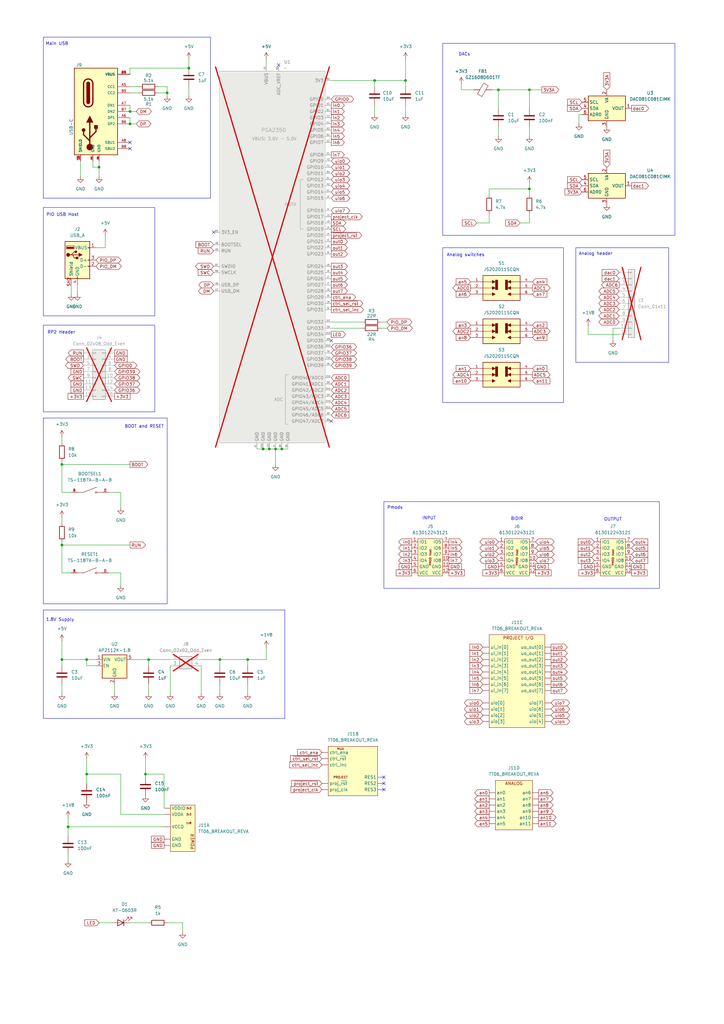
<source format=kicad_sch>
(kicad_sch (version 20231120) (generator "eeschema") (generator_version "8.0")
  (paper "A3" portrait)
  (lib_symbols
    (symbol "Analog_DAC:DAC081C081CIMK"
      (property "Reference" "U" (at 2.54 8.89 0))
      (property "Value" "DAC081C081CIMK" (at 8.89 6.35 0))
      (symbol "DAC081C081CIMK_1_1"
        (pin output line (at 10.16 0 180) (length 2.54) (name "VOUT") (number "1"))
        (pin power_in line (at 0 7.62 270) (length 2.54) (name "VA") (number "2"))
        (pin power_in line (at 0 -7.62 90) (length 2.54) (name "GND") (number "3"))
        (pin bidirectional line (at -10.16 0 0) (length 2.54) (name "SDA") (number "4"))
        (pin input line (at -10.16 2.54 0) (length 2.54) (name "SCL") (number "5"))
        (pin input line (at -10.16 -2.54 0) (length 2.54) (name "ADR0") (number "6"))
      )
    )
    (symbol "Connector:USB_A" (pin_names (offset 1.016))
      (property "Reference" "J2" (at 0 12.7 0))
      (property "Value" "USB_A" (at 0 10.16 0))
      (symbol "USB_A_1_1"
        (pin power_in line (at 7.62 5.08 180) (length 2.54) (name "VBUS") (number "1"))
        (pin bidirectional line (at 7.62 -2.54 180) (length 2.54) (name "D-") (number "2"))
        (pin bidirectional line (at 7.62 0 180) (length 2.54) (name "D+") (number "3"))
        (pin power_in line (at 0 -10.16 90) (length 2.54) (name "GND") (number "4"))
        (pin passive line (at -2.54 -10.16 90) (length 2.54) (name "Shield") (number "SH1"))
        (pin passive line (at -2.54 -10.16 90) (length 2.54) (name "Shield") (number "SH2"))
      )
    )
    (symbol "Connector_Generic:Conn_01x11" (pin_names (offset 1.016) hide)
      (property "Reference" "J" (at 0 15.24 0))
      (property "Value" "Conn_01x11" (at 0 -15.24 0))
      (symbol "Conn_01x11_1_1"
        (pin passive line (at -5.08 12.7 0) (length 3.81) (name "Pin_1") (number "1"))
        (pin passive line (at -5.08 -10.16 0) (length 3.81) (name "Pin_10") (number "10"))
        (pin passive line (at -5.08 -12.7 0) (length 3.81) (name "Pin_11") (number "11"))
        (pin passive line (at -5.08 10.16 0) (length 3.81) (name "Pin_2") (number "2"))
        (pin passive line (at -5.08 7.62 0) (length 3.81) (name "Pin_3") (number "3"))
        (pin passive line (at -5.08 5.08 0) (length 3.81) (name "Pin_4") (number "4"))
        (pin passive line (at -5.08 2.54 0) (length 3.81) (name "Pin_5") (number "5"))
        (pin passive line (at -5.08 0 0) (length 3.81) (name "Pin_6") (number "6"))
        (pin passive line (at -5.08 -2.54 0) (length 3.81) (name "Pin_7") (number "7"))
        (pin passive line (at -5.08 -5.08 0) (length 3.81) (name "Pin_8") (number "8"))
        (pin passive line (at -5.08 -7.62 0) (length 3.81) (name "Pin_9") (number "9"))
      )
    )
    (symbol "Connector_Generic:Conn_02x02_Odd_Even" (pin_names (offset 1.016) hide)
      (property "Reference" "J" (at 1.27 2.54 0))
      (property "Value" "Conn_02x02_Odd_Even" (at 1.27 -5.08 0))
      (symbol "Conn_02x02_Odd_Even_1_1"
        (pin passive line (at -5.08 0 0) (length 3.81) (name "Pin_1") (number "1"))
        (pin passive line (at 7.62 0 180) (length 3.81) (name "Pin_2") (number "2"))
        (pin passive line (at -5.08 -2.54 0) (length 3.81) (name "Pin_3") (number "3"))
        (pin passive line (at 7.62 -2.54 180) (length 3.81) (name "Pin_4") (number "4"))
      )
    )
    (symbol "Connector_Generic:Conn_02x08_Odd_Even" (pin_names (offset 1.016) hide)
      (property "Reference" "J" (at 1.27 10.16 0))
      (property "Value" "Conn_02x08_Odd_Even" (at 1.27 -12.7 0))
      (symbol "Conn_02x08_Odd_Even_1_1"
        (pin passive line (at -5.08 7.62 0) (length 3.81) (name "Pin_1") (number "1"))
        (pin passive line (at 7.62 -2.54 180) (length 3.81) (name "Pin_10") (number "10"))
        (pin passive line (at -5.08 -5.08 0) (length 3.81) (name "Pin_11") (number "11"))
        (pin passive line (at 7.62 -5.08 180) (length 3.81) (name "Pin_12") (number "12"))
        (pin passive line (at -5.08 -7.62 0) (length 3.81) (name "Pin_13") (number "13"))
        (pin passive line (at 7.62 -7.62 180) (length 3.81) (name "Pin_14") (number "14"))
        (pin passive line (at -5.08 -10.16 0) (length 3.81) (name "Pin_15") (number "15"))
        (pin passive line (at 7.62 -10.16 180) (length 3.81) (name "Pin_16") (number "16"))
        (pin passive line (at 7.62 7.62 180) (length 3.81) (name "Pin_2") (number "2"))
        (pin passive line (at -5.08 5.08 0) (length 3.81) (name "Pin_3") (number "3"))
        (pin passive line (at 7.62 5.08 180) (length 3.81) (name "Pin_4") (number "4"))
        (pin passive line (at -5.08 2.54 0) (length 3.81) (name "Pin_5") (number "5"))
        (pin passive line (at 7.62 2.54 180) (length 3.81) (name "Pin_6") (number "6"))
        (pin passive line (at -5.08 0 0) (length 3.81) (name "Pin_7") (number "7"))
        (pin passive line (at 7.62 0 180) (length 3.81) (name "Pin_8") (number "8"))
        (pin passive line (at -5.08 -2.54 0) (length 3.81) (name "Pin_9") (number "9"))
      )
    )
    (symbol "Device:C" (pin_numbers hide) (pin_names (offset 0.254))
      (property "Reference" "C" (at 0.635 2.54 0))
      (property "Value" "C" (at 0.635 -2.54 0))
      (symbol "C_1_1"
        (pin passive line (at 0 3.81 270) (length 2.794) (name "~") (number "1"))
        (pin passive line (at 0 -3.81 90) (length 2.794) (name "~") (number "2"))
      )
    )
    (symbol "Device:FerriteBead" (pin_numbers hide) (pin_names (offset 0))
      (property "Reference" "FB" (at -3.81 0.635 90))
      (property "Value" "FerriteBead" (at 3.81 0 90))
      (symbol "FerriteBead_1_1"
        (pin passive line (at 0 3.81 270) (length 2.54) (name "~") (number "1"))
        (pin passive line (at 0 -3.81 90) (length 2.54) (name "~") (number "2"))
      )
    )
    (symbol "Device:LED" (pin_numbers hide) (pin_names (offset 1.016) hide)
      (property "Reference" "D" (at 0 2.54 0))
      (property "Value" "LED" (at 0 -2.54 0))
      (symbol "LED_1_1"
        (pin passive line (at -3.81 0 0) (length 2.54) (name "K") (number "1"))
        (pin passive line (at 3.81 0 180) (length 2.54) (name "A") (number "2"))
      )
    )
    (symbol "Device:R" (pin_numbers hide) (pin_names (offset 0))
      (property "Reference" "R" (at 2.032 0 90))
      (property "Value" "R" (at 0 0 90))
      (symbol "R_1_1"
        (pin passive line (at 0 3.81 270) (length 1.27) (name "~") (number "1"))
        (pin passive line (at 0 -3.81 90) (length 1.27) (name "~") (number "2"))
      )
    )
    (symbol "JS202011SCQN:JS202011SCQN" (pin_names (offset 1.016))
      (property "Reference" "S" (at -7.62 6.35 0))
      (property "Value" "JS202011SCQN" (at -7.62 -6.35 0))
      (symbol "JS202011SCQN_0_0"
        (pin passive line (at -12.7 2.54 0) (length 5.08) (name "~") (number "1"))
        (pin passive line (at -12.7 0 0) (length 5.08) (name "~") (number "2"))
        (pin passive line (at -12.7 -2.54 0) (length 5.08) (name "~") (number "3"))
        (pin passive line (at 12.7 2.54 180) (length 5.08) (name "~") (number "4"))
        (pin passive line (at 12.7 0 180) (length 5.08) (name "~") (number "5"))
        (pin passive line (at 12.7 -2.54 180) (length 5.08) (name "~") (number "6"))
      )
    )
    (symbol "PGA2350:PGA2350"
      (property "Reference" "U1" (at 4.7341 80.01 0))
      (property "Value" "~" (at 4.7341 77.47 0))
      (symbol "PGA2350_1_0"
        (pin power_in line (at -6.35 -78.74 90) (length 2.54) (name "GND") (number "A1"))
        (pin power_in line (at -3.81 -78.74 90) (length 2.54) (name "GND") (number "A10"))
        (pin bidirectional line (at 24.13 62.23 180) (length 2.54) (name "GPIO1") (number "A2"))
        (pin power_in line (at -2.54 78.74 270) (length 2.54) (name "VBUS") (number "A3"))
        (pin input line (at -24.13 10.16 0) (length 2.54) (name "3V3_EN") (number "A4"))
        (pin input line (at -24.13 2.54 0) (length 2.54) (name "RUN") (number "A5"))
        (pin bidirectional line (at -24.13 -11.43 0) (length 2.54) (name "USB_DP") (number "A6"))
        (pin bidirectional line (at -24.13 -13.97 0) (length 2.54) (name "USB_DM") (number "A7"))
        (pin input line (at -24.13 5.08 0) (length 2.54) (name "BOOTSEL") (number "A8"))
        (pin bidirectional line (at 24.13 -64.77 180) (length 2.54) (name "GPIO46/ADC6") (number "A9"))
        (pin bidirectional line (at 24.13 59.69 180) (length 2.54) (name "GPIO2") (number "B1"))
        (pin bidirectional line (at 24.13 -62.23 180) (length 2.54) (name "GPIO45/ADC5") (number "B10"))
        (pin power_in line (at 6.35 -78.74 90) (length 2.54) (name "GND") (number "B2"))
        (pin power_out line (at 24.13 72.39 180) (length 2.54) (name "3V3") (number "B4"))
        (pin power_in line (at 2.54 78.74 270) (length 2.54) (name "ADC_VREF") (number "B5"))
        (pin input line (at -24.13 -6.35 0) (length 2.54) (name "SWCLK") (number "B6"))
        (pin bidirectional line (at -24.13 -3.81 0) (length 2.54) (name "SWDIO") (number "B7"))
        (pin input line (at 24.13 -67.31 180) (length 2.54) (name "GPIO47/ADC7") (number "B8"))
        (pin power_in line (at 3.81 -78.74 90) (length 2.54) (name "GND") (number "B9"))
        (pin bidirectional line (at 24.13 54.61 180) (length 2.54) (name "GPIO4") (number "C1"))
        (pin bidirectional line (at 24.13 -59.69 180) (length 2.54) (name "GPIO44/ADC4") (number "C10"))
        (pin bidirectional line (at 24.13 57.15 180) (length 2.54) (name "GPIO3") (number "C2"))
        (pin bidirectional line (at 24.13 -57.15 180) (length 2.54) (name "GPIO43/ADC3") (number "C9"))
        (pin bidirectional line (at 24.13 49.53 180) (length 2.54) (name "GPIO6") (number "D1"))
        (pin bidirectional line (at 24.13 -54.61 180) (length 2.54) (name "GPIO42/ADC2") (number "D10"))
        (pin bidirectional line (at 24.13 52.07 180) (length 2.54) (name "GPIO5") (number "D2"))
        (pin bidirectional line (at 24.13 -52.07 180) (length 2.54) (name "GPIO41/ADC1") (number "D9"))
        (pin bidirectional line (at 24.13 41.91 180) (length 2.54) (name "GPIO8") (number "E1"))
        (pin bidirectional line (at 24.13 -49.53 180) (length 2.54) (name "GPIO40/ADC0") (number "E10"))
        (pin bidirectional line (at 24.13 46.99 180) (length 2.54) (name "GPIO7") (number "E2"))
        (pin bidirectional line (at 24.13 -44.45 180) (length 2.54) (name "GPIO39") (number "E9"))
        (pin bidirectional line (at 24.13 36.83 180) (length 2.54) (name "GPIO10") (number "F1"))
        (pin bidirectional line (at 24.13 -41.91 180) (length 2.54) (name "GPIO38") (number "F10"))
        (pin bidirectional line (at 24.13 39.37 180) (length 2.54) (name "GPIO9") (number "F2"))
        (pin bidirectional line (at 24.13 -39.37 180) (length 2.54) (name "GPIO37") (number "F9"))
        (pin bidirectional line (at 24.13 31.75 180) (length 2.54) (name "GPIO12") (number "G1"))
        (pin bidirectional line (at 24.13 -36.83 180) (length 2.54) (name "GPIO36") (number "G10"))
        (pin bidirectional line (at 24.13 34.29 180) (length 2.54) (name "GPIO11") (number "G2"))
        (pin bidirectional line (at 24.13 -34.29 180) (length 2.54) (name "GPIO35") (number "G9"))
        (pin bidirectional line (at 24.13 26.67 180) (length 2.54) (name "GPIO14") (number "H1"))
        (pin bidirectional line (at 24.13 -31.75 180) (length 2.54) (name "GPIO34") (number "H10"))
        (pin bidirectional line (at 24.13 29.21 180) (length 2.54) (name "GPIO13") (number "H2"))
        (pin bidirectional line (at 24.13 -29.21 180) (length 2.54) (name "GPIO33") (number "H9"))
        (pin bidirectional line (at 24.13 19.05 180) (length 2.54) (name "GPIO16") (number "I1"))
        (pin bidirectional line (at 24.13 -26.67 180) (length 2.54) (name "GPIO32") (number "I10"))
        (pin bidirectional line (at 24.13 24.13 180) (length 2.54) (name "GPIO15") (number "I2"))
        (pin bidirectional line (at 24.13 11.43 180) (length 2.54) (name "GPIO19") (number "I3"))
        (pin bidirectional line (at 24.13 6.35 180) (length 2.54) (name "GPIO21") (number "I4"))
        (pin bidirectional line (at 24.13 1.27 180) (length 2.54) (name "GPIO23") (number "I5"))
        (pin bidirectional line (at 24.13 -6.35 180) (length 2.54) (name "GPIO25") (number "I6"))
        (pin bidirectional line (at 24.13 -11.43 180) (length 2.54) (name "GPIO27") (number "I7"))
        (pin bidirectional line (at 24.13 -16.51 180) (length 2.54) (name "GPIO29") (number "I8"))
        (pin bidirectional line (at 24.13 -21.59 180) (length 2.54) (name "GPIO31") (number "I9"))
        (pin power_in line (at 1.27 -78.74 90) (length 2.54) (name "GND") (number "J1"))
        (pin power_in line (at -1.27 -78.74 90) (length 2.54) (name "GND") (number "J10"))
        (pin bidirectional line (at 24.13 16.51 180) (length 2.54) (name "GPIO17") (number "J2"))
        (pin bidirectional line (at 24.13 13.97 180) (length 2.54) (name "GPIO18") (number "J3"))
        (pin bidirectional line (at 24.13 8.89 180) (length 2.54) (name "GPIO20") (number "J4"))
        (pin bidirectional line (at 24.13 3.81 180) (length 2.54) (name "GPIO22") (number "J5"))
        (pin bidirectional line (at 24.13 -3.81 180) (length 2.54) (name "GPIO24") (number "J6"))
        (pin bidirectional line (at 24.13 -8.89 180) (length 2.54) (name "GPIO26") (number "J7"))
        (pin bidirectional line (at 24.13 -13.97 180) (length 2.54) (name "GPIO28") (number "J8"))
        (pin bidirectional line (at 24.13 -19.05 180) (length 2.54) (name "GPIO30") (number "J9"))
      )
      (symbol "PGA2350_1_1"
        (text "ADC" (at 2.54 -58.42 0) (effects (font (size 1.27 1.27))))
        (text "HSTX" (at 7.366 21.59 0) (effects (font (size 1.27 1.27))))
        (text "PGA2350" (at 0.508 52.07 0) (effects (font (size 1.524 1.524))))
        (text "VBUS: 3.0V - 5.0V" (at 0.762 48.514 0) (effects (font (size 1.27 1.27))))
        (pin bidirectional line (at 24.13 64.77 180) (length 2.54) (name "GPIO0") (number "B3"))
      )
    )
    (symbol "Regulator_Linear:AP2112K-1.8" (pin_names (offset 0.254))
      (property "Reference" "U" (at -5.08 5.715 0))
      (property "Value" "AP2112K-1.8" (at 0 5.715 0))
      (symbol "AP2112K-1.8_1_1"
        (pin power_in line (at -7.62 2.54 0) (length 2.54) (name "VIN") (number "1"))
        (pin power_in line (at 0 -7.62 90) (length 2.54) (name "GND") (number "2"))
        (pin input line (at -7.62 0 0) (length 2.54) (name "EN") (number "3"))
        (pin no_connect line (at 5.08 0 180) (length 2.54) hide (name "NC") (number "4"))
        (pin power_out line (at 7.62 2.54 180) (length 2.54) (name "VOUT") (number "5"))
      )
    )
    (symbol "TS-1187A-B-A-B:TS-1187A-B-A-B" (pin_names (offset 1.016))
      (property "Reference" "S" (at -2.54 2.54 0))
      (property "Value" "TS-1187A-B-A-B" (at -2.54 -2.54 0))
      (symbol "TS-1187A-B-A-B_0_0"
        (pin passive line (at -7.62 0 0) (length 2.54) (name "~") (number "A"))
        (pin passive line (at -7.62 0 0) (length 2.54) (name "~") (number "B"))
        (pin passive line (at 7.62 0 180) (length 2.54) (name "~") (number "C"))
        (pin passive line (at 7.62 0 180) (length 2.54) (name "~") (number "D"))
      )
    )
    (symbol "TinyTapeout:OPENFRAME_TT06_BREAKOUT_REVA" (pin_numbers hide)
      (property "Reference" "J" (at -16.51 25.4 0))
      (property "Value" "TT06_BREAKOUT_REVA" (at 0.762 -13.208 0))
      (symbol "OPENFRAME_TT06_BREAKOUT_REVA_1_1"
        (text "1v8" (at 2.54 6.604 0) (effects (font (size 0.8 0.8))))
        (text "3v3" (at 2.54 10.16 0) (effects (font (size 0.8 0.8))))
        (text "3v3" (at 2.54 12.7 0) (effects (font (size 0.8 0.8))))
        (text "POWER" (at 4.064 -1.016 900) (effects (font (size 1.27 1.27))))
        (pin power_in line (at -7.62 0 0) (length 2.54) (name "GND") (number "A1"))
        (pin power_in line (at -7.62 0 0) (length 2.54) hide (name "GND") (number "A12"))
        (pin power_in line (at -7.62 0 0) (length 2.54) hide (name "GND") (number "A15"))
        (pin power_in line (at -7.62 0 0) (length 2.54) hide (name "GND") (number "A18"))
        (pin power_in line (at -7.62 0 0) (length 2.54) hide (name "GND") (number "A21"))
        (pin power_in line (at -7.62 0 0) (length 2.54) hide (name "GND") (number "A23"))
        (pin power_in line (at -7.62 0 0) (length 2.54) hide (name "GND") (number "A25"))
        (pin power_in line (at -7.62 0 0) (length 2.54) hide (name "GND") (number "A27"))
        (pin power_in line (at -7.62 0 0) (length 2.54) hide (name "GND") (number "A29"))
        (pin power_in line (at -7.62 0 0) (length 2.54) hide (name "GND") (number "A31"))
        (pin power_in line (at -7.62 0 0) (length 2.54) hide (name "GND") (number "A32"))
        (pin power_in line (at -7.62 0 0) (length 2.54) hide (name "GND") (number "A33"))
        (pin power_in line (at -7.62 0 0) (length 2.54) hide (name "GND") (number "A37"))
        (pin power_in line (at -7.62 0 0) (length 2.54) hide (name "GND") (number "A38"))
        (pin power_in line (at -7.62 0 0) (length 2.54) hide (name "GND") (number "A5"))
        (pin power_in line (at -7.62 5.08 0) (length 2.54) (name "VCCD") (number "A7"))
        (pin power_in line (at -7.62 -2.54 0) (length 2.54) (name "GND") (number "B1"))
        (pin power_in line (at -7.62 -2.54 0) (length 2.54) hide (name "GND") (number "B10"))
        (pin power_in line (at -7.62 -2.54 0) (length 2.54) hide (name "GND") (number "B12"))
        (pin power_in line (at -7.62 -2.54 0) (length 2.54) hide (name "GND") (number "B14"))
        (pin power_in line (at -7.62 -2.54 0) (length 2.54) hide (name "GND") (number "B16"))
        (pin power_in line (at -7.62 -2.54 0) (length 2.54) hide (name "GND") (number "B17"))
        (pin power_in line (at -7.62 -2.54 0) (length 2.54) hide (name "GND") (number "B18"))
        (pin power_in line (at -7.62 10.16 0) (length 2.54) (name "VDDA") (number "B2"))
        (pin power_in line (at -7.62 -2.54 0) (length 2.54) hide (name "GND") (number "B23"))
        (pin power_in line (at -7.62 -2.54 0) (length 2.54) hide (name "GND") (number "B24"))
        (pin power_in line (at -7.62 -2.54 0) (length 2.54) hide (name "GND") (number "B29"))
        (pin power_in line (at -7.62 -2.54 0) (length 2.54) hide (name "GND") (number "B3"))
        (pin power_in line (at -7.62 -2.54 0) (length 2.54) hide (name "GND") (number "B30"))
        (pin power_in line (at -7.62 -2.54 0) (length 2.54) hide (name "GND") (number "B35"))
        (pin power_in line (at -7.62 -2.54 0) (length 2.54) hide (name "GND") (number "B36"))
        (pin power_in line (at -7.62 -2.54 0) (length 2.54) hide (name "GND") (number "B39"))
        (pin power_in line (at -7.62 12.7 0) (length 2.54) (name "VDDIO") (number "B4"))
        (pin power_in line (at -7.62 -2.54 0) (length 2.54) hide (name "GND") (number "B40"))
        (pin power_in line (at -7.62 -2.54 0) (length 2.54) hide (name "GND") (number "B6"))
        (pin power_in line (at -7.62 -2.54 0) (length 2.54) hide (name "GND") (number "B8"))
      )
      (symbol "OPENFRAME_TT06_BREAKOUT_REVA_2_1"
        (text "MUX" (at -5.08 9.144 0) (effects (font (size 0.9 0.9))))
        (text "PROJECT" (at -5.08 -2.54 0) (effects (font (size 0.9 0.9))))
        (pin bidirectional line (at 12.7 -7.62 180) (length 2.54) (name "RES3") (number "A10"))
        (pin input line (at -12.7 7.62 0) (length 2.54) (name "ctrl_ena") (number "A2"))
        (pin input line (at -12.7 2.54 0) (length 2.54) (name "ctrl_inc") (number "A3"))
        (pin input line (at -12.7 -7.62 0) (length 2.54) (name "proj_clk") (number "A35"))
        (pin input line (at -12.7 -5.08 0) (length 2.54) (name "proj_~{rst}") (number "A36"))
        (pin input line (at -12.7 5.08 0) (length 2.54) (name "ctrl_~{rst}") (number "A4"))
        (pin bidirectional line (at 12.7 -2.54 180) (length 2.54) (name "RES1") (number "A6"))
        (pin bidirectional line (at 12.7 -5.08 180) (length 2.54) (name "RES2") (number "A8"))
      )
      (symbol "OPENFRAME_TT06_BREAKOUT_REVA_3_1"
        (text "PROJECT I/O" (at -0.762 24.13 0) (effects (font (size 1.27 1.27))))
        (pin input line (at -15.24 17.78 0) (length 2.54) (name "ui_in[1]") (number "A11"))
        (pin input line (at -15.24 12.7 0) (length 2.54) (name "ui_in[3]") (number "A13"))
        (pin input line (at -15.24 15.24 0) (length 2.54) (name "ui_in[2]") (number "A14"))
        (pin input line (at -15.24 5.08 0) (length 2.54) (name "ui_in[6]") (number "A16"))
        (pin input line (at -15.24 10.16 0) (length 2.54) (name "ui_in[4]") (number "A17"))
        (pin input line (at -15.24 7.62 0) (length 2.54) (name "ui_in[5]") (number "A19"))
        (pin input line (at -15.24 2.54 0) (length 2.54) (name "ui_in[7]") (number "A34"))
        (pin bidirectional line (at -15.24 -2.54 0) (length 2.54) (name "uio[0]") (number "A39"))
        (pin bidirectional line (at -15.24 -5.08 0) (length 2.54) (name "uio[1]") (number "A40"))
        (pin input line (at -15.24 20.32 0) (length 2.54) (name "ui_in[0]") (number "A9"))
        (pin output line (at 12.7 5.08 180) (length 2.54) (name "uo_out[6]") (number "B19"))
        (pin output line (at 12.7 2.54 180) (length 2.54) (name "uo_out[7]") (number "B20"))
        (pin output line (at 12.7 10.16 180) (length 2.54) (name "uo_out[4]") (number "B21"))
        (pin output line (at 12.7 7.62 180) (length 2.54) (name "uo_out[5]") (number "B22"))
        (pin output line (at 12.7 15.24 180) (length 2.54) (name "uo_out[2]") (number "B25"))
        (pin output line (at 12.7 12.7 180) (length 2.54) (name "uo_out[3]") (number "B26"))
        (pin output line (at 12.7 20.32 180) (length 2.54) (name "uo_out[0]") (number "B27"))
        (pin output line (at 12.7 17.78 180) (length 2.54) (name "uo_out[1]") (number "B28"))
        (pin bidirectional line (at 12.7 -5.08 180) (length 2.54) (name "uio[6]") (number "B31"))
        (pin bidirectional line (at 12.7 -2.54 180) (length 2.54) (name "uio[7]") (number "B32"))
        (pin bidirectional line (at 12.7 -10.16 180) (length 2.54) (name "uio[4]") (number "B33"))
        (pin bidirectional line (at 12.7 -7.62 180) (length 2.54) (name "uio[5]") (number "B34"))
        (pin bidirectional line (at -15.24 -7.62 0) (length 2.54) (name "uio[2]") (number "B37"))
        (pin bidirectional line (at -15.24 -10.16 0) (length 2.54) (name "uio[3]") (number "B38"))
      )
      (symbol "OPENFRAME_TT06_BREAKOUT_REVA_4_1"
        (text "ANALOG" (at 0 8.89 0) (effects (font (size 1.27 1.27))))
        (pin bidirectional line (at -10.16 5.08 0) (length 2.54) (name "an0") (number "A20"))
        (pin bidirectional line (at -10.16 2.54 0) (length 2.54) (name "an1") (number "A22"))
        (pin bidirectional line (at -10.16 0 0) (length 2.54) (name "an2") (number "A24"))
        (pin bidirectional line (at -10.16 -2.54 0) (length 2.54) (name "an3") (number "A26"))
        (pin bidirectional line (at -10.16 -5.08 0) (length 2.54) (name "an4") (number "A28"))
        (pin bidirectional line (at -10.16 -7.62 0) (length 2.54) (name "an5") (number "A30"))
        (pin bidirectional line (at 10.16 0 180) (length 2.54) (name "an8") (number "B11"))
        (pin bidirectional line (at 10.16 2.54 180) (length 2.54) (name "an7") (number "B13"))
        (pin bidirectional line (at 10.16 5.08 180) (length 2.54) (name "an6") (number "B15"))
        (pin bidirectional line (at 10.16 -7.62 180) (length 2.54) (name "an11") (number "B5"))
        (pin bidirectional line (at 10.16 -5.08 180) (length 2.54) (name "an10") (number "B7"))
        (pin bidirectional line (at 10.16 -2.54 180) (length 2.54) (name "an9") (number "B9"))
      )
    )
    (symbol "TinyTapeout:PMOD_HOST_2x6"
      (property "Reference" "J" (at -3.81 12.7 0))
      (property "Value" "613012243121" (at 2.54 -5.08 0))
      (symbol "PMOD_HOST_2x6_1_1"
        (text "PMOD Host" (at 0 3.81 900) (effects (font (size 0.8 0.8))))
        (pin bidirectional line (at -7.62 10.16 0) (length 2.54) (name "IO1") (number "1"))
        (pin bidirectional line (at 7.62 2.54 180) (length 2.54) (name "IO8") (number "10"))
        (pin power_in line (at 7.62 0 180) (length 2.54) (name "GND") (number "11"))
        (pin power_in line (at 7.62 -2.54 180) (length 2.54) (name "VCC") (number "12"))
        (pin bidirectional line (at -7.62 7.62 0) (length 2.54) (name "IO2") (number "2"))
        (pin bidirectional line (at -7.62 5.08 0) (length 2.54) (name "IO3") (number "3"))
        (pin bidirectional line (at -7.62 2.54 0) (length 2.54) (name "IO4") (number "4"))
        (pin power_in line (at -7.62 0 0) (length 2.54) (name "GND") (number "5"))
        (pin power_in line (at -7.62 -2.54 0) (length 2.54) (name "VCC") (number "6"))
        (pin bidirectional line (at 7.62 10.16 180) (length 2.54) (name "IO5") (number "7"))
        (pin bidirectional line (at 7.62 7.62 180) (length 2.54) (name "IO6") (number "8"))
        (pin bidirectional line (at 7.62 5.08 180) (length 2.54) (name "IO7") (number "9"))
      )
    )
    (symbol "TinyTapeout:USB4500-03-0-A_REVA" (pin_names (offset 1.016))
      (property "Reference" "J9" (at -8.255 19.05 0))
      (property "Value" "USB-C" (at -11.43 -6.35 90))
      (symbol "USB4500-03-0-A_REVA_0_0"
        (pin power_in line (at -7.62 -20.32 90) (length 2.54) (name "SHIELD") (number "1"))
        (pin bidirectional line (at 12.7 10.16 180) (length 5.08) (name "CC1") (number "A5"))
        (pin bidirectional line (at 12.7 -2.54 180) (length 5.08) (name "DP1") (number "A6"))
        (pin bidirectional line (at 12.7 2.54 180) (length 5.08) (name "DN1") (number "A7"))
        (pin bidirectional line (at 12.7 -12.7 180) (length 5.08) (name "SBU1") (number "A8"))
        (pin bidirectional line (at 12.7 7.62 180) (length 5.08) (name "CC2") (number "B5"))
        (pin bidirectional line (at 12.7 -5.08 180) (length 5.08) (name "DP2") (number "B6"))
        (pin bidirectional line (at 12.7 0 180) (length 5.08) (name "DN2") (number "B7"))
        (pin bidirectional line (at 12.7 -15.24 180) (length 5.08) (name "SBU2") (number "B8"))
        (pin power_in line (at -7.62 -20.32 90) (length 2.54) (name "SHIELD") (number "S3"))
        (pin power_in line (at -7.62 -20.32 90) (length 2.54) (name "SHIELD") (number "S4"))
      )
      (symbol "USB4500-03-0-A_REVA_1_0"
        (pin power_in line (at -2.54 -20.32 90) (length 2.54) (name "GND") (number "A1"))
        (pin power_in line (at 0 -20.32 90) (length 2.54) (name "GND") (number "A12"))
        (pin power_in line (at 12.7 15.24 180) (length 5.08) (name "VBUS") (number "A4"))
        (pin power_in line (at 12.7 15.24 180) (length 5.08) (name "VBUS") (number "A9"))
        (pin power_in line (at 0 -20.32 90) (length 2.54) (name "GND") (number "B1"))
        (pin power_in line (at -2.54 -20.32 90) (length 2.54) (name "GND") (number "B12"))
        (pin power_in line (at 12.7 15.24 180) (length 5.08) (name "VBUS") (number "B4"))
        (pin power_in line (at 12.7 15.24 180) (length 5.08) (name "VBUS") (number "B9"))
        (pin power_in line (at -7.62 -20.32 90) (length 2.54) (name "SHIELD") (number "S1"))
      )
    )
    (symbol "power:+1V8" (power) (pin_numbers hide) (pin_names (offset 0) hide)
      (property "Value" "+1V8" (at 0 3.556 0))
      (symbol "+1V8_1_1"
        (pin power_in line (at 0 0 90) (length 0) (name "~") (number "1"))
      )
    )
    (symbol "power:+3.3V" (power) (pin_numbers hide) (pin_names (offset 0) hide)
      (property "Value" "+3.3V" (at 0 3.556 0))
      (symbol "+3.3V_1_1"
        (pin power_in line (at 0 0 90) (length 0) (name "~") (number "1"))
      )
    )
    (symbol "power:+5V" (power) (pin_numbers hide) (pin_names (offset 0) hide)
      (property "Value" "+5V" (at 0 3.556 0))
      (symbol "+5V_1_1"
        (pin power_in line (at 0 0 90) (length 0) (name "~") (number "1"))
      )
    )
    (symbol "power:GND" (power) (pin_numbers hide) (pin_names (offset 0) hide)
      (property "Value" "GND" (at 0 -3.81 0))
      (symbol "GND_1_1"
        (pin power_in line (at 0 0 270) (length 0) (name "~") (number "1"))
      )
    )
  )
  (junction (at 217.17 77.47))
  (junction (at 90.17 270.51))
  (junction (at 153.67 33.02))
  (junction (at 25.4 190.5))
  (junction (at 107.95 184.15))
  (junction (at 110.49 184.15))
  (junction (at 25.4 223.52))
  (junction (at 68.58 38.1))
  (junction (at 59.69 317.5))
  (junction (at 25.4 270.51))
  (junction (at 35.56 317.5))
  (junction (at 115.57 184.15))
  (junction (at 113.03 184.15))
  (junction (at 53.34 50.8))
  (junction (at 217.17 36.83))
  (junction (at 204.47 36.83))
  (junction (at 77.47 27.94))
  (junction (at 166.37 33.02))
  (junction (at 60.96 270.51))
  (junction (at 35.56 270.51))
  (junction (at 53.34 45.72))
  (junction (at 101.6 270.51))
  (junction (at 40.64 68.58))
  (junction (at 27.94 339.09))
  (no_connect (at 157.48 323.85))
  (no_connect (at 135.89 172.72))
  (no_connect (at 53.34 58.42))
  (no_connect (at 157.48 318.77))
  (no_connect (at 157.48 321.31))
  (no_connect (at 53.34 60.96))
  (no_connect (at 87.63 95.25))
  (no_connect (at 135.89 139.7))
  (no_connect (at 114.3 26.67))
  (wire (pts (xy 43.18 96.52) (xy 43.18 101.6)))
  (wire (pts (xy 204.47 52.07) (xy 204.47 55.88)))
  (wire (pts (xy 109.22 265.43) (xy 109.22 270.51)))
  (wire (pts (xy 39.37 273.05) (xy 35.56 273.05)))
  (wire (pts (xy 113.03 184.15) (xy 115.57 184.15)))
  (wire (pts (xy 40.64 68.58) (xy 40.64 72.39)))
  (wire (pts (xy 27.94 339.09) (xy 27.94 342.9)))
  (wire (pts (xy 69.85 273.05) (xy 69.85 284.48)))
  (wire (pts (xy 53.34 190.5) (xy 25.4 190.5)))
  (wire (pts (xy 135.89 132.08) (xy 148.59 132.08)))
  (wire (pts (xy 217.17 74.93) (xy 217.17 77.47)))
  (wire (pts (xy 200.66 80.01) (xy 200.66 77.47)))
  (wire (pts (xy 40.64 66.04) (xy 40.64 68.58)))
  (wire (pts (xy 35.56 270.51) (xy 35.56 273.05)))
  (wire (pts (xy 166.37 33.02) (xy 166.37 24.13)))
  (wire (pts (xy 33.02 66.04) (xy 33.02 72.39)))
  (wire (pts (xy 53.34 43.18) (xy 53.34 45.72)))
  (wire (pts (xy 49.53 234.95) (xy 44.45 234.95)))
  (wire (pts (xy 241.3 137.16) (xy 241.3 133.35)))
  (wire (pts (xy 53.34 27.94) (xy 53.34 30.48)))
  (wire (pts (xy 59.69 317.5) (xy 67.31 317.5)))
  (wire (pts (xy 53.34 378.46) (xy 60.96 378.46)))
  (wire (pts (xy 68.58 35.56) (xy 68.58 38.1)))
  (wire (pts (xy 251.46 134.62) (xy 254 134.62)))
  (wire (pts (xy 101.6 270.51) (xy 101.6 273.05)))
  (wire (pts (xy 251.46 139.7) (xy 251.46 134.62)))
  (wire (pts (xy 204.47 36.83) (xy 217.17 36.83)))
  (wire (pts (xy 38.1 68.58) (xy 40.64 68.58)))
  (wire (pts (xy 64.77 38.1) (xy 68.58 38.1)))
  (wire (pts (xy 25.4 190.5) (xy 25.4 201.93)))
  (wire (pts (xy 60.96 280.67) (xy 60.96 284.48)))
  (wire (pts (xy 195.58 91.44) (xy 200.66 91.44)))
  (wire (pts (xy 82.55 270.51) (xy 90.17 270.51)))
  (wire (pts (xy 166.37 43.18) (xy 166.37 46.99)))
  (wire (pts (xy 25.4 181.61) (xy 25.4 179.07)))
  (wire (pts (xy 237.49 46.99) (xy 237.49 50.8)))
  (wire (pts (xy 29.21 116.84) (xy 29.21 120.65)))
  (wire (pts (xy 77.47 27.94) (xy 77.47 24.13)))
  (wire (pts (xy 135.89 33.02) (xy 153.67 33.02)))
  (wire (pts (xy 90.17 280.67) (xy 90.17 284.48)))
  (wire (pts (xy 217.17 36.83) (xy 222.25 36.83)))
  (wire (pts (xy 29.21 201.93) (xy 25.4 201.93)))
  (wire (pts (xy 254 137.16) (xy 241.3 137.16)))
  (wire (pts (xy 74.93 378.46) (xy 74.93 382.27)))
  (wire (pts (xy 113.03 184.15) (xy 113.03 190.5)))
  (wire (pts (xy 90.17 270.51) (xy 101.6 270.51)))
  (wire (pts (xy 39.37 101.6) (xy 43.18 101.6)))
  (wire (pts (xy 27.94 335.28) (xy 27.94 339.09)))
  (wire (pts (xy 60.96 270.51) (xy 60.96 273.05)))
  (wire (pts (xy 101.6 280.67) (xy 101.6 284.48)))
  (wire (pts (xy 217.17 91.44) (xy 217.17 87.63)))
  (wire (pts (xy 201.93 36.83) (xy 204.47 36.83)))
  (wire (pts (xy 135.89 134.62) (xy 148.59 134.62)))
  (wire (pts (xy 217.17 36.83) (xy 217.17 44.45)))
  (wire (pts (xy 156.21 134.62) (xy 158.75 134.62)))
  (wire (pts (xy 68.58 38.1) (xy 68.58 39.37)))
  (wire (pts (xy 53.34 48.26) (xy 53.34 50.8)))
  (wire (pts (xy 38.1 66.04) (xy 38.1 68.58)))
  (wire (pts (xy 82.55 273.05) (xy 82.55 284.48)))
  (wire (pts (xy 29.21 234.95) (xy 25.4 234.95)))
  (wire (pts (xy 46.99 280.67) (xy 46.99 284.48)))
  (wire (pts (xy 189.23 36.83) (xy 189.23 34.29)))
  (wire (pts (xy 25.4 270.51) (xy 25.4 273.05)))
  (wire (pts (xy 217.17 77.47) (xy 217.17 80.01)))
  (wire (pts (xy 54.61 270.51) (xy 60.96 270.51)))
  (wire (pts (xy 25.4 222.25) (xy 25.4 223.52)))
  (wire (pts (xy 59.69 317.5) (xy 59.69 318.77)))
  (wire (pts (xy 153.67 33.02) (xy 153.67 35.56)))
  (wire (pts (xy 107.95 184.15) (xy 110.49 184.15)))
  (wire (pts (xy 166.37 33.02) (xy 166.37 35.56)))
  (wire (pts (xy 110.49 184.15) (xy 113.03 184.15)))
  (wire (pts (xy 49.53 334.01) (xy 49.53 317.5)))
  (wire (pts (xy 40.64 378.46) (xy 45.72 378.46)))
  (wire (pts (xy 213.36 91.44) (xy 217.17 91.44)))
  (wire (pts (xy 53.34 38.1) (xy 57.15 38.1)))
  (wire (pts (xy 204.47 36.83) (xy 204.47 44.45)))
  (wire (pts (xy 25.4 214.63) (xy 25.4 212.09)))
  (wire (pts (xy 25.4 262.89) (xy 25.4 270.51)))
  (wire (pts (xy 105.41 184.15) (xy 107.95 184.15)))
  (wire (pts (xy 77.47 35.56) (xy 77.47 39.37)))
  (wire (pts (xy 53.34 223.52) (xy 25.4 223.52)))
  (wire (pts (xy 53.34 50.8) (xy 55.88 50.8)))
  (wire (pts (xy 217.17 52.07) (xy 217.17 55.88)))
  (wire (pts (xy 156.21 132.08) (xy 158.75 132.08)))
  (wire (pts (xy 25.4 189.23) (xy 25.4 190.5)))
  (wire (pts (xy 68.58 378.46) (xy 74.93 378.46)))
  (wire (pts (xy 67.31 334.01) (xy 49.53 334.01)))
  (wire (pts (xy 49.53 201.93) (xy 49.53 208.28)))
  (wire (pts (xy 153.67 43.18) (xy 153.67 46.99)))
  (wire (pts (xy 200.66 87.63) (xy 200.66 91.44)))
  (wire (pts (xy 35.56 317.5) (xy 35.56 321.31)))
  (wire (pts (xy 27.94 350.52) (xy 27.94 353.06)))
  (wire (pts (xy 25.4 270.51) (xy 35.56 270.51)))
  (wire (pts (xy 35.56 317.5) (xy 49.53 317.5)))
  (wire (pts (xy 49.53 240.03) (xy 49.53 234.95)))
  (wire (pts (xy 109.22 24.13) (xy 109.22 26.67)))
  (wire (pts (xy 200.66 77.47) (xy 217.17 77.47)))
  (wire (pts (xy 59.69 311.15) (xy 59.69 317.5)))
  (wire (pts (xy 238.76 46.99) (xy 237.49 46.99)))
  (wire (pts (xy 31.75 116.84) (xy 31.75 120.65)))
  (wire (pts (xy 35.56 311.15) (xy 35.56 317.5)))
  (wire (pts (xy 25.4 280.67) (xy 25.4 284.48)))
  (wire (pts (xy 53.34 35.56) (xy 57.15 35.56)))
  (wire (pts (xy 189.23 36.83) (xy 194.31 36.83)))
  (wire (pts (xy 64.77 35.56) (xy 68.58 35.56)))
  (wire (pts (xy 153.67 33.02) (xy 166.37 33.02)))
  (wire (pts (xy 27.94 339.09) (xy 67.31 339.09)))
  (wire (pts (xy 101.6 270.51) (xy 109.22 270.51)))
  (wire (pts (xy 53.34 27.94) (xy 77.47 27.94)))
  (wire (pts (xy 90.17 270.51) (xy 90.17 273.05)))
  (wire (pts (xy 44.45 201.93) (xy 49.53 201.93)))
  (wire (pts (xy 60.96 270.51) (xy 69.85 270.51)))
  (wire (pts (xy 53.34 45.72) (xy 55.88 45.72)))
  (wire (pts (xy 115.57 184.15) (xy 118.11 184.15)))
  (wire (pts (xy 67.31 317.5) (xy 67.31 331.47)))
  (wire (pts (xy 35.56 270.51) (xy 39.37 270.51)))
  (wire (pts (xy 25.4 223.52) (xy 25.4 234.95)))
  (rectangle (start 17.78 85.09) (end 63.5 129.54))
  (rectangle (start 17.78 133.35) (end 63.5 168.91))
  (rectangle (start 17.78 250.19) (end 116.84 294.64))
  (rectangle (start 157.48 205.74) (end 270.51 241.3))
  (rectangle (start 17.78 171.45) (end 68.58 247.65))
  (rectangle (start 181.61 101.6) (end 231.14 165.1))
  (rectangle (start 17.78 15.24) (end 86.36 81.28))
  (rectangle (start 181.61 17.78) (end 276.86 96.52))
  (rectangle (start 236.22 101.6) (end 274.32 148.59))
  (text "Main USB" (at 23.368 18.034 0) (effects (font (size 1.27 1.27))))
  (text "BOOT and RESET" (at 59.182 175.006 0) (effects (font (size 1.27 1.27))))
  (text "1.8V Supply" (at 24.638 254.254 0) (effects (font (size 1.27 1.27))))
  (text "OUTPUT" (at 251.46 213.106 0) (effects (font (size 1.27 1.27))))
  (text "Pmods" (at 162.052 208.28 0) (effects (font (size 1.27 1.27))))
  (text "PIO USB Host" (at 25.654 88.138 0) (effects (font (size 1.27 1.27))))
  (text "RP2 Header" (at 25.146 136.398 0) (effects (font (size 1.27 1.27))))
  (text "DACs" (at 190.5 22.352 0) (effects (font (size 1.27 1.27))))
  (text "Analog switches" (at 191.008 104.648 0) (effects (font (size 1.27 1.27))))
  (text "BIDIR" (at 212.09 212.852 0) (effects (font (size 1.27 1.27))))
  (text "Analog header" (at 244.348 104.14 0) (effects (font (size 1.27 1.27))))
  (text "INPUT" (at 176.022 212.598 0) (effects (font (size 1.27 1.27))))
  (global_label "GPIO39" (shape bidirectional) (at 135.89 149.86 0) (property "Intersheetrefs" "${INTERSHEET_REFS}" (effects (hide yes))))
  (global_label "an2" (shape output) (at 200.66 330.2 180) (property "Intersheetrefs" "${INTERSHEET_REFS}" (effects (hide yes))))
  (global_label "~{project_rst}" (shape output) (at 135.89 96.52 0) (property "Intersheetrefs" "${INTERSHEET_REFS}" (effects (hide yes))))
  (global_label "ADC0" (shape input) (at 135.89 154.94 0) (property "Intersheetrefs" "${INTERSHEET_REFS}" (effects (hide yes))))
  (global_label "LED" (shape output) (at 135.89 137.16 0) (property "Intersheetrefs" "${INTERSHEET_REFS}" (effects (hide yes))))
  (global_label "+3V3" (shape passive) (at 259.08 234.95 0) (property "Intersheetrefs" "${INTERSHEET_REFS}" (effects (hide yes))))
  (global_label "ADC3" (shape input) (at 135.89 162.56 0) (property "Intersheetrefs" "${INTERSHEET_REFS}" (effects (hide yes))))
  (global_label "in2" (shape output) (at 135.89 48.26 0) (property "Intersheetrefs" "${INTERSHEET_REFS}" (effects (hide yes))))
  (global_label "dac0" (shape output) (at 259.08 44.45 0) (property "Intersheetrefs" "${INTERSHEET_REFS}" (effects (hide yes))))
  (global_label "uio2" (shape bidirectional) (at 198.12 293.37 180) (property "Intersheetrefs" "${INTERSHEET_REFS}" (effects (hide yes))))
  (global_label "ADC4" (shape output) (at 193.04 153.67 180) (property "Intersheetrefs" "${INTERSHEET_REFS}" (effects (hide yes))))
  (global_label "+3V3" (shape passive) (at 204.47 234.95 180) (property "Intersheetrefs" "${INTERSHEET_REFS}" (effects (hide yes))))
  (global_label "SCL" (shape input) (at 238.76 73.66 180) (property "Intersheetrefs" "${INTERSHEET_REFS}" (effects (hide yes))))
  (global_label "GND" (shape passive) (at 34.29 152.4 180) (property "Intersheetrefs" "${INTERSHEET_REFS}" (effects (hide yes))))
  (global_label "out0" (shape output) (at 226.06 265.43 0) (property "Intersheetrefs" "${INTERSHEET_REFS}" (effects (hide yes))))
  (global_label "3V3A" (shape input) (at 248.92 68.58 90) (property "Intersheetrefs" "${INTERSHEET_REFS}" (effects (hide yes))))
  (global_label "SDA" (shape input) (at 238.76 76.2 180) (property "Intersheetrefs" "${INTERSHEET_REFS}" (effects (hide yes))))
  (global_label "in3" (shape output) (at 168.91 229.87 180) (property "Intersheetrefs" "${INTERSHEET_REFS}" (effects (hide yes))))
  (global_label "in0" (shape input) (at 198.12 265.43 180) (property "Intersheetrefs" "${INTERSHEET_REFS}" (effects (hide yes))))
  (global_label "RUN" (shape output) (at 34.29 144.78 180) (property "Intersheetrefs" "${INTERSHEET_REFS}" (effects (hide yes))))
  (global_label "an5" (shape output) (at 200.66 337.82 180) (property "Intersheetrefs" "${INTERSHEET_REFS}" (effects (hide yes))))
  (global_label "in7" (shape output) (at 184.15 229.87 0) (property "Intersheetrefs" "${INTERSHEET_REFS}" (effects (hide yes))))
  (global_label "GPIO36" (shape bidirectional) (at 46.99 160.02 0) (property "Intersheetrefs" "${INTERSHEET_REFS}" (effects (hide yes))))
  (global_label "ADC2" (shape output) (at 193.04 135.89 180) (property "Intersheetrefs" "${INTERSHEET_REFS}" (effects (hide yes))))
  (global_label "uio4" (shape bidirectional) (at 135.89 76.2 0) (property "Intersheetrefs" "${INTERSHEET_REFS}" (effects (hide yes))))
  (global_label "+3V3" (shape passive) (at 46.99 162.56 0) (property "Intersheetrefs" "${INTERSHEET_REFS}" (effects (hide yes))))
  (global_label "an6" (shape input) (at 193.04 120.65 180) (property "Intersheetrefs" "${INTERSHEET_REFS}" (effects (hide yes))))
  (global_label "GND" (shape passive) (at 46.99 147.32 0) (property "Intersheetrefs" "${INTERSHEET_REFS}" (effects (hide yes))))
  (global_label "out6" (shape input) (at 259.08 227.33 0) (property "Intersheetrefs" "${INTERSHEET_REFS}" (effects (hide yes))))
  (global_label "ADC2" (shape bidirectional) (at 254 127 180) (property "Intersheetrefs" "${INTERSHEET_REFS}" (effects (hide yes))))
  (global_label "uio7" (shape bidirectional) (at 226.06 288.29 0) (property "Intersheetrefs" "${INTERSHEET_REFS}" (effects (hide yes))))
  (global_label "DM" (shape bidirectional) (at 87.63 119.38 180) (property "Intersheetrefs" "${INTERSHEET_REFS}" (effects (hide yes))))
  (global_label "an3" (shape input) (at 193.04 133.35 180) (property "Intersheetrefs" "${INTERSHEET_REFS}" (effects (hide yes))))
  (global_label "an5" (shape input) (at 193.04 115.57 180) (property "Intersheetrefs" "${INTERSHEET_REFS}" (effects (hide yes))))
  (global_label "uio3" (shape bidirectional) (at 198.12 295.91 180) (property "Intersheetrefs" "${INTERSHEET_REFS}" (effects (hide yes))))
  (global_label "SWC" (shape output) (at 34.29 154.94 180) (property "Intersheetrefs" "${INTERSHEET_REFS}" (effects (hide yes))))
  (global_label "BOOT" (shape output) (at 34.29 147.32 180) (property "Intersheetrefs" "${INTERSHEET_REFS}" (effects (hide yes))))
  (global_label "GPIO36" (shape bidirectional) (at 135.89 142.24 0) (property "Intersheetrefs" "${INTERSHEET_REFS}" (effects (hide yes))))
  (global_label "dac1" (shape input) (at 254 114.3 180) (property "Intersheetrefs" "${INTERSHEET_REFS}" (effects (hide yes))))
  (global_label "out6" (shape output) (at 226.06 280.67 0) (property "Intersheetrefs" "${INTERSHEET_REFS}" (effects (hide yes))))
  (global_label "SWD" (shape bidirectional) (at 34.29 149.86 180) (property "Intersheetrefs" "${INTERSHEET_REFS}" (effects (hide yes))))
  (global_label "ADC3" (shape output) (at 218.44 135.89 0) (property "Intersheetrefs" "${INTERSHEET_REFS}" (effects (hide yes))))
  (global_label "GND" (shape passive) (at 67.31 346.71 180) (property "Intersheetrefs" "${INTERSHEET_REFS}" (effects (hide yes))))
  (global_label "in4" (shape output) (at 135.89 53.34 0) (property "Intersheetrefs" "${INTERSHEET_REFS}" (effects (hide yes))))
  (global_label "SCL" (shape input) (at 195.58 91.44 180) (property "Intersheetrefs" "${INTERSHEET_REFS}" (effects (hide yes))))
  (global_label "uio7" (shape bidirectional) (at 135.89 86.36 0) (property "Intersheetrefs" "${INTERSHEET_REFS}" (effects (hide yes))))
  (global_label "an0" (shape input) (at 218.44 151.13 0) (property "Intersheetrefs" "${INTERSHEET_REFS}" (effects (hide yes))))
  (global_label "GND" (shape passive) (at 46.99 144.78 0) (property "Intersheetrefs" "${INTERSHEET_REFS}" (effects (hide yes))))
  (global_label "ADC5" (shape output) (at 218.44 153.67 0) (property "Intersheetrefs" "${INTERSHEET_REFS}" (effects (hide yes))))
  (global_label "an11" (shape input) (at 218.44 156.21 0) (property "Intersheetrefs" "${INTERSHEET_REFS}" (effects (hide yes))))
  (global_label "out3" (shape input) (at 243.84 229.87 180) (property "Intersheetrefs" "${INTERSHEET_REFS}" (effects (hide yes))))
  (global_label "PIO_DP" (shape bidirectional) (at 39.37 106.68 0) (property "Intersheetrefs" "${INTERSHEET_REFS}" (effects (hide yes))))
  (global_label "uio1" (shape bidirectional) (at 204.47 224.79 180) (property "Intersheetrefs" "${INTERSHEET_REFS}" (effects (hide yes))))
  (global_label "GND" (shape passive) (at 204.47 232.41 180) (property "Intersheetrefs" "${INTERSHEET_REFS}" (effects (hide yes))))
  (global_label "an4" (shape input) (at 218.44 115.57 0) (property "Intersheetrefs" "${INTERSHEET_REFS}" (effects (hide yes))))
  (global_label "ADC4" (shape input) (at 135.89 165.1 0) (property "Intersheetrefs" "${INTERSHEET_REFS}" (effects (hide yes))))
  (global_label "an2" (shape input) (at 218.44 133.35 0) (property "Intersheetrefs" "${INTERSHEET_REFS}" (effects (hide yes))))
  (global_label "an11" (shape output) (at 220.98 337.82 0) (property "Intersheetrefs" "${INTERSHEET_REFS}" (effects (hide yes))))
  (global_label "SCL" (shape output) (at 135.89 93.98 0) (property "Intersheetrefs" "${INTERSHEET_REFS}" (effects (hide yes))))
  (global_label "out7" (shape output) (at 135.89 119.38 0) (property "Intersheetrefs" "${INTERSHEET_REFS}" (effects (hide yes))))
  (global_label "uio6" (shape bidirectional) (at 135.89 81.28 0) (property "Intersheetrefs" "${INTERSHEET_REFS}" (effects (hide yes))))
  (global_label "~{ctrl_sel_rst}" (shape output) (at 135.89 124.46 0) (property "Intersheetrefs" "${INTERSHEET_REFS}" (effects (hide yes))))
  (global_label "in6" (shape input) (at 198.12 280.67 180) (property "Intersheetrefs" "${INTERSHEET_REFS}" (effects (hide yes))))
  (global_label "out5" (shape input) (at 259.08 224.79 0) (property "Intersheetrefs" "${INTERSHEET_REFS}" (effects (hide yes))))
  (global_label "an1" (shape output) (at 200.66 327.66 180) (property "Intersheetrefs" "${INTERSHEET_REFS}" (effects (hide yes))))
  (global_label "in7" (shape output) (at 135.89 63.5 0) (property "Intersheetrefs" "${INTERSHEET_REFS}" (effects (hide yes))))
  (global_label "in6" (shape output) (at 135.89 58.42 0) (property "Intersheetrefs" "${INTERSHEET_REFS}" (effects (hide yes))))
  (global_label "an9" (shape output) (at 220.98 332.74 0) (property "Intersheetrefs" "${INTERSHEET_REFS}" (effects (hide yes))))
  (global_label "an0" (shape output) (at 200.66 325.12 180) (property "Intersheetrefs" "${INTERSHEET_REFS}" (effects (hide yes))))
  (global_label "DP" (shape bidirectional) (at 87.63 116.84 180) (property "Intersheetrefs" "${INTERSHEET_REFS}" (effects (hide yes))))
  (global_label "an7" (shape output) (at 220.98 327.66 0) (property "Intersheetrefs" "${INTERSHEET_REFS}" (effects (hide yes))))
  (global_label "uio2" (shape bidirectional) (at 135.89 71.12 0) (property "Intersheetrefs" "${INTERSHEET_REFS}" (effects (hide yes))))
  (global_label "GPIO37" (shape bidirectional) (at 135.89 144.78 0) (property "Intersheetrefs" "${INTERSHEET_REFS}" (effects (hide yes))))
  (global_label "in0" (shape output) (at 135.89 43.18 0) (property "Intersheetrefs" "${INTERSHEET_REFS}" (effects (hide yes))))
  (global_label "+3V3" (shape passive) (at 34.29 162.56 180) (property "Intersheetrefs" "${INTERSHEET_REFS}" (effects (hide yes))))
  (global_label "in2" (shape input) (at 198.12 270.51 180) (property "Intersheetrefs" "${INTERSHEET_REFS}" (effects (hide yes))))
  (global_label "out2" (shape output) (at 135.89 104.14 0) (property "Intersheetrefs" "${INTERSHEET_REFS}" (effects (hide yes))))
  (global_label "an8" (shape input) (at 193.04 138.43 180) (property "Intersheetrefs" "${INTERSHEET_REFS}" (effects (hide yes))))
  (global_label "GPIO38" (shape bidirectional) (at 135.89 147.32 0) (property "Intersheetrefs" "${INTERSHEET_REFS}" (effects (hide yes))))
  (global_label "GND" (shape passive) (at 34.29 157.48 180) (property "Intersheetrefs" "${INTERSHEET_REFS}" (effects (hide yes))))
  (global_label "uio7" (shape bidirectional) (at 219.71 229.87 0) (property "Intersheetrefs" "${INTERSHEET_REFS}" (effects (hide yes))))
  (global_label "GPIO0" (shape bidirectional) (at 46.99 149.86 0) (property "Intersheetrefs" "${INTERSHEET_REFS}" (effects (hide yes))))
  (global_label "uio0" (shape bidirectional) (at 198.12 288.29 180) (property "Intersheetrefs" "${INTERSHEET_REFS}" (effects (hide yes))))
  (global_label "in5" (shape output) (at 135.89 55.88 0) (property "Intersheetrefs" "${INTERSHEET_REFS}" (effects (hide yes))))
  (global_label "in1" (shape output) (at 135.89 45.72 0) (property "Intersheetrefs" "${INTERSHEET_REFS}" (effects (hide yes))))
  (global_label "ADC5" (shape input) (at 135.89 167.64 0) (property "Intersheetrefs" "${INTERSHEET_REFS}" (effects (hide yes))))
  (global_label "an10" (shape input) (at 193.04 156.21 180) (property "Intersheetrefs" "${INTERSHEET_REFS}" (effects (hide yes))))
  (global_label "uio1" (shape bidirectional) (at 135.89 68.58 0) (property "Intersheetrefs" "${INTERSHEET_REFS}" (effects (hide yes))))
  (global_label "ADC1" (shape output) (at 218.44 118.11 0) (property "Intersheetrefs" "${INTERSHEET_REFS}" (effects (hide yes))))
  (global_label "in3" (shape input) (at 198.12 273.05 180) (property "Intersheetrefs" "${INTERSHEET_REFS}" (effects (hide yes))))
  (global_label "uio2" (shape bidirectional) (at 204.47 227.33 180) (property "Intersheetrefs" "${INTERSHEET_REFS}" (effects (hide yes))))
  (global_label "GPIO39" (shape bidirectional) (at 46.99 152.4 0) (property "Intersheetrefs" "${INTERSHEET_REFS}" (effects (hide yes))))
  (global_label "ADC6" (shape output) (at 254 116.84 180) (property "Intersheetrefs" "${INTERSHEET_REFS}" (effects (hide yes))))
  (global_label "GPIO37" (shape bidirectional) (at 46.99 157.48 0) (property "Intersheetrefs" "${INTERSHEET_REFS}" (effects (hide yes))))
  (global_label "GND" (shape passive) (at 219.71 232.41 0) (property "Intersheetrefs" "${INTERSHEET_REFS}" (effects (hide yes))))
  (global_label "SWC" (shape input) (at 87.63 111.76 180) (property "Intersheetrefs" "${INTERSHEET_REFS}" (effects (hide yes))))
  (global_label "ADC1" (shape bidirectional) (at 254 129.54 180) (property "Intersheetrefs" "${INTERSHEET_REFS}" (effects (hide yes))))
  (global_label "out1" (shape output) (at 135.89 101.6 0) (property "Intersheetrefs" "${INTERSHEET_REFS}" (effects (hide yes))))
  (global_label "ctrl_ena" (shape output) (at 135.89 121.92 0) (property "Intersheetrefs" "${INTERSHEET_REFS}" (effects (hide yes))))
  (global_label "out3" (shape output) (at 135.89 109.22 0) (property "Intersheetrefs" "${INTERSHEET_REFS}" (effects (hide yes))))
  (global_label "3V3A" (shape input) (at 238.76 78.74 180) (property "Intersheetrefs" "${INTERSHEET_REFS}" (effects (hide yes))))
  (global_label "PIO_DP" (shape bidirectional) (at 158.75 132.08 0) (property "Intersheetrefs" "${INTERSHEET_REFS}" (effects (hide yes))))
  (global_label "LED" (shape input) (at 40.64 378.46 180) (property "Intersheetrefs" "${INTERSHEET_REFS}" (effects (hide yes))))
  (global_label "an4" (shape output) (at 200.66 335.28 180) (property "Intersheetrefs" "${INTERSHEET_REFS}" (effects (hide yes))))
  (global_label "GND" (shape passive) (at 168.91 232.41 180) (property "Intersheetrefs" "${INTERSHEET_REFS}" (effects (hide yes))))
  (global_label "project_clk" (shape input) (at 132.08 323.85 180) (property "Intersheetrefs" "${INTERSHEET_REFS}" (effects (hide yes))))
  (global_label "SDA" (shape input) (at 213.36 91.44 180) (property "Intersheetrefs" "${INTERSHEET_REFS}" (effects (hide yes))))
  (global_label "an6" (shape output) (at 220.98 325.12 0) (property "Intersheetrefs" "${INTERSHEET_REFS}" (effects (hide yes))))
  (global_label "out7" (shape input) (at 259.08 229.87 0) (property "Intersheetrefs" "${INTERSHEET_REFS}" (effects (hide yes))))
  (global_label "3V3A" (shape input) (at 248.92 36.83 90) (property "Intersheetrefs" "${INTERSHEET_REFS}" (effects (hide yes))))
  (global_label "in4" (shape output) (at 184.15 222.25 0) (property "Intersheetrefs" "${INTERSHEET_REFS}" (effects (hide yes))))
  (global_label "dac1" (shape output) (at 259.08 76.2 0) (property "Intersheetrefs" "${INTERSHEET_REFS}" (effects (hide yes))))
  (global_label "BOOT" (shape output) (at 53.34 190.5 0) (property "Intersheetrefs" "${INTERSHEET_REFS}" (effects (hide yes))))
  (global_label "3V3A" (shape output) (at 222.25 36.83 0) (property "Intersheetrefs" "${INTERSHEET_REFS}" (effects (hide yes))))
  (global_label "out4" (shape output) (at 135.89 111.76 0) (property "Intersheetrefs" "${INTERSHEET_REFS}" (effects (hide yes))))
  (global_label "ctrl_ena" (shape input) (at 132.08 308.61 180) (property "Intersheetrefs" "${INTERSHEET_REFS}" (effects (hide yes))))
  (global_label "uio5" (shape bidirectional) (at 219.71 224.79 0) (property "Intersheetrefs" "${INTERSHEET_REFS}" (effects (hide yes))))
  (global_label "out6" (shape output) (at 135.89 116.84 0) (property "Intersheetrefs" "${INTERSHEET_REFS}" (effects (hide yes))))
  (global_label "SDA" (shape output) (at 135.89 91.44 0) (property "Intersheetrefs" "${INTERSHEET_REFS}" (effects (hide yes))))
  (global_label "GND" (shape passive) (at 243.84 232.41 180) (property "Intersheetrefs" "${INTERSHEET_REFS}" (effects (hide yes))))
  (global_label "out2" (shape output) (at 226.06 270.51 0) (property "Intersheetrefs" "${INTERSHEET_REFS}" (effects (hide yes))))
  (global_label "SCL" (shape input) (at 238.76 41.91 180) (property "Intersheetrefs" "${INTERSHEET_REFS}" (effects (hide yes))))
  (global_label "in6" (shape output) (at 184.15 227.33 0) (property "Intersheetrefs" "${INTERSHEET_REFS}" (effects (hide yes))))
  (global_label "+3V3" (shape passive) (at 168.91 234.95 180) (property "Intersheetrefs" "${INTERSHEET_REFS}" (effects (hide yes))))
  (global_label "out4" (shape output) (at 226.06 275.59 0) (property "Intersheetrefs" "${INTERSHEET_REFS}" (effects (hide yes))))
  (global_label "SDA" (shape input) (at 238.76 44.45 180) (property "Intersheetrefs" "${INTERSHEET_REFS}" (effects (hide yes))))
  (global_label "an1" (shape input) (at 193.04 151.13 180) (property "Intersheetrefs" "${INTERSHEET_REFS}" (effects (hide yes))))
  (global_label "ctrl_sel_inc" (shape output) (at 135.89 127 0) (property "Intersheetrefs" "${INTERSHEET_REFS}" (effects (hide yes))))
  (global_label "in7" (shape input) (at 198.12 283.21 180) (property "Intersheetrefs" "${INTERSHEET_REFS}" (effects (hide yes))))
  (global_label "in1" (shape input) (at 198.12 267.97 180) (property "Intersheetrefs" "${INTERSHEET_REFS}" (effects (hide yes))))
  (global_label "GND" (shape passive) (at 34.29 160.02 180) (property "Intersheetrefs" "${INTERSHEET_REFS}" (effects (hide yes))))
  (global_label "dac0" (shape input) (at 254 111.76 180) (property "Intersheetrefs" "${INTERSHEET_REFS}" (effects (hide yes))))
  (global_label "project_clk" (shape output) (at 135.89 88.9 0) (property "Intersheetrefs" "${INTERSHEET_REFS}" (effects (hide yes))))
  (global_label "ADC6" (shape input) (at 135.89 170.18 0) (property "Intersheetrefs" "${INTERSHEET_REFS}" (effects (hide yes))))
  (global_label "DM" (shape bidirectional) (at 55.88 45.72 0) (property "Intersheetrefs" "${INTERSHEET_REFS}" (effects (hide yes))))
  (global_label "uio4" (shape bidirectional) (at 226.06 295.91 0) (property "Intersheetrefs" "${INTERSHEET_REFS}" (effects (hide yes))))
  (global_label "ADC5" (shape bidirectional) (at 254 119.38 180) (property "Intersheetrefs" "${INTERSHEET_REFS}" (effects (hide yes))))
  (global_label "uio3" (shape bidirectional) (at 204.47 229.87 180) (property "Intersheetrefs" "${INTERSHEET_REFS}" (effects (hide yes))))
  (global_label "in4" (shape input) (at 198.12 275.59 180) (property "Intersheetrefs" "${INTERSHEET_REFS}" (effects (hide yes))))
  (global_label "GND" (shape passive) (at 67.31 344.17 180) (property "Intersheetrefs" "${INTERSHEET_REFS}" (effects (hide yes))))
  (global_label "an8" (shape output) (at 220.98 330.2 0) (property "Intersheetrefs" "${INTERSHEET_REFS}" (effects (hide yes))))
  (global_label "ADC2" (shape input) (at 135.89 160.02 0) (property "Intersheetrefs" "${INTERSHEET_REFS}" (effects (hide yes))))
  (global_label "out5" (shape output) (at 226.06 278.13 0) (property "Intersheetrefs" "${INTERSHEET_REFS}" (effects (hide yes))))
  (global_label "GPIO0" (shape bidirectional) (at 135.89 40.64 0) (property "Intersheetrefs" "${INTERSHEET_REFS}" (effects (hide yes))))
  (global_label "in5" (shape input) (at 198.12 278.13 180) (property "Intersheetrefs" "${INTERSHEET_REFS}" (effects (hide yes))))
  (global_label "RUN" (shape output) (at 53.34 223.52 0) (property "Intersheetrefs" "${INTERSHEET_REFS}" (effects (hide yes))))
  (global_label "+3V3" (shape passive) (at 219.71 234.95 0) (property "Intersheetrefs" "${INTERSHEET_REFS}" (effects (hide yes))))
  (global_label "uio0" (shape bidirectional) (at 135.89 66.04 0) (property "Intersheetrefs" "${INTERSHEET_REFS}" (effects (hide yes))))
  (global_label "out1" (shape output) (at 226.06 267.97 0) (property "Intersheetrefs" "${INTERSHEET_REFS}" (effects (hide yes))))
  (global_label "in5" (shape output) (at 184.15 224.79 0) (property "Intersheetrefs" "${INTERSHEET_REFS}" (effects (hide yes))))
  (global_label "PIO_DM" (shape bidirectional) (at 158.75 134.62 0) (property "Intersheetrefs" "${INTERSHEET_REFS}" (effects (hide yes))))
  (global_label "PIO_DM" (shape bidirectional) (at 39.37 109.22 0) (property "Intersheetrefs" "${INTERSHEET_REFS}" (effects (hide yes))))
  (global_label "out4" (shape input) (at 259.08 222.25 0) (property "Intersheetrefs" "${INTERSHEET_REFS}" (effects (hide yes))))
  (global_label "uio6" (shape bidirectional) (at 219.71 227.33 0) (property "Intersheetrefs" "${INTERSHEET_REFS}" (effects (hide yes))))
  (global_label "GPIO38" (shape bidirectional) (at 46.99 154.94 0) (property "Intersheetrefs" "${INTERSHEET_REFS}" (effects (hide yes))))
  (global_label "uio1" (shape bidirectional) (at 198.12 290.83 180) (property "Intersheetrefs" "${INTERSHEET_REFS}" (effects (hide yes))))
  (global_label "uio4" (shape bidirectional) (at 219.71 222.25 0) (property "Intersheetrefs" "${INTERSHEET_REFS}" (effects (hide yes))))
  (global_label "SWD" (shape bidirectional) (at 87.63 109.22 180) (property "Intersheetrefs" "${INTERSHEET_REFS}" (effects (hide yes))))
  (global_label "an10" (shape output) (at 220.98 335.28 0) (property "Intersheetrefs" "${INTERSHEET_REFS}" (effects (hide yes))))
  (global_label "out2" (shape input) (at 243.84 227.33 180) (property "Intersheetrefs" "${INTERSHEET_REFS}" (effects (hide yes))))
  (global_label "~{ctrl_sel_rst}" (shape input) (at 132.08 311.15 180) (property "Intersheetrefs" "${INTERSHEET_REFS}" (effects (hide yes))))
  (global_label "out0" (shape output) (at 135.89 99.06 0) (property "Intersheetrefs" "${INTERSHEET_REFS}" (effects (hide yes))))
  (global_label "RUN" (shape input) (at 87.63 102.87 180) (property "Intersheetrefs" "${INTERSHEET_REFS}" (effects (hide yes))))
  (global_label "out3" (shape output) (at 226.06 273.05 0) (property "Intersheetrefs" "${INTERSHEET_REFS}" (effects (hide yes))))
  (global_label "in2" (shape output) (at 168.91 227.33 180) (property "Intersheetrefs" "${INTERSHEET_REFS}" (effects (hide yes))))
  (global_label "uio0" (shape bidirectional) (at 204.47 222.25 180) (property "Intersheetrefs" "${INTERSHEET_REFS}" (effects (hide yes))))
  (global_label "out5" (shape output) (at 135.89 114.3 0) (property "Intersheetrefs" "${INTERSHEET_REFS}" (effects (hide yes))))
  (global_label "in0" (shape output) (at 168.91 222.25 180) (property "Intersheetrefs" "${INTERSHEET_REFS}" (effects (hide yes))))
  (global_label "ADC3" (shape bidirectional) (at 254 124.46 180) (property "Intersheetrefs" "${INTERSHEET_REFS}" (effects (hide yes))))
  (global_label "+3V3" (shape passive) (at 243.84 234.95 180) (property "Intersheetrefs" "${INTERSHEET_REFS}" (effects (hide yes))))
  (global_label "ADC1" (shape input) (at 135.89 157.48 0) (property "Intersheetrefs" "${INTERSHEET_REFS}" (effects (hide yes))))
  (global_label "BOOT" (shape input) (at 87.63 100.33 180) (property "Intersheetrefs" "${INTERSHEET_REFS}" (effects (hide yes))))
  (global_label "uio5" (shape bidirectional) (at 226.06 293.37 0) (property "Intersheetrefs" "${INTERSHEET_REFS}" (effects (hide yes))))
  (global_label "DP" (shape bidirectional) (at 55.88 50.8 0) (property "Intersheetrefs" "${INTERSHEET_REFS}" (effects (hide yes))))
  (global_label "an3" (shape output) (at 200.66 332.74 180) (property "Intersheetrefs" "${INTERSHEET_REFS}" (effects (hide yes))))
  (global_label "GND" (shape passive) (at 184.15 232.41 0) (property "Intersheetrefs" "${INTERSHEET_REFS}" (effects (hide yes))))
  (global_label "out1" (shape input) (at 243.84 224.79 180) (property "Intersheetrefs" "${INTERSHEET_REFS}" (effects (hide yes))))
  (global_label "an9" (shape input) (at 218.44 138.43 0) (property "Intersheetrefs" "${INTERSHEET_REFS}" (effects (hide yes))))
  (global_label "uio3" (shape bidirectional) (at 135.89 73.66 0) (property "Intersheetrefs" "${INTERSHEET_REFS}" (effects (hide yes))))
  (global_label "uio6" (shape bidirectional) (at 226.06 290.83 0) (property "Intersheetrefs" "${INTERSHEET_REFS}" (effects (hide yes))))
  (global_label "in3" (shape output) (at 135.89 50.8 0) (property "Intersheetrefs" "${INTERSHEET_REFS}" (effects (hide yes))))
  (global_label "ADC4" (shape bidirectional) (at 254 121.92 180) (property "Intersheetrefs" "${INTERSHEET_REFS}" (effects (hide yes))))
  (global_label "an7" (shape input) (at 218.44 120.65 0) (property "Intersheetrefs" "${INTERSHEET_REFS}" (effects (hide yes))))
  (global_label "GND" (shape passive) (at 259.08 232.41 0) (property "Intersheetrefs" "${INTERSHEET_REFS}" (effects (hide yes))))
  (global_label "~{project_rst}" (shape input) (at 132.08 321.31 180) (property "Intersheetrefs" "${INTERSHEET_REFS}" (effects (hide yes))))
  (global_label "ctrl_sel_inc" (shape input) (at 132.08 313.69 180) (property "Intersheetrefs" "${INTERSHEET_REFS}" (effects (hide yes))))
  (global_label "ADC0" (shape bidirectional) (at 254 132.08 180) (property "Intersheetrefs" "${INTERSHEET_REFS}" (effects (hide yes))))
  (global_label "out0" (shape input) (at 243.84 222.25 180) (property "Intersheetrefs" "${INTERSHEET_REFS}" (effects (hide yes))))
  (global_label "ADC0" (shape output) (at 193.04 118.11 180) (property "Intersheetrefs" "${INTERSHEET_REFS}" (effects (hide yes))))
  (global_label "uio5" (shape bidirectional) (at 135.89 78.74 0) (property "Intersheetrefs" "${INTERSHEET_REFS}" (effects (hide yes))))
  (global_label "in1" (shape output) (at 168.91 224.79 180) (property "Intersheetrefs" "${INTERSHEET_REFS}" (effects (hide yes))))
  (global_label "+3V3" (shape passive) (at 184.15 234.95 0) (property "Intersheetrefs" "${INTERSHEET_REFS}" (effects (hide yes))))
  (global_label "out7" (shape output) (at 226.06 283.21 0) (property "Intersheetrefs" "${INTERSHEET_REFS}" (effects (hide yes))))
  (symbol (lib_id "power:+3.3V") (at 25.4 179.07 0) (unit 1)
    (property "Reference" "#PWR039" (effects (hide yes)))
    (property "Value" "+3V3" (at 25.4 173.99 0))
    (property "Description" "Power symbol creates a global label with name \"+3.3V\"" (effects (hide yes)))
  )
  (symbol (lib_id "power:GND") (at 74.93 382.27 0) (unit 1)
    (property "Reference" "#PWR037" (effects (hide yes)))
    (property "Value" "GND" (at 74.93 387.35 0))
    (property "Description" "Power symbol creates a global label with name \"GND\" , ground" (effects (hide yes)))
  )
  (symbol (lib_id "JS202011SCQN:JS202011SCQN") (at 205.74 153.67 0) (unit 1)
    (property "Reference" "S3" (at 205.74 143.51 0))
    (property "Value" "JS202011SCQN" (at 205.74 146.05 0))
    (property "Footprint" "components:SW_JS202011SCQN" (effects (hide yes)))
    (property "MF" "C&K" (effects (hide yes)))
    (property "MAXIMUM_PACKAGE_HEIGHT" "5.5 mm" (effects (hide yes)))
    (property "Package" "None" (effects (hide yes)))
    (property "Price" "None" (effects (hide yes)))
    (property "Check_prices" "https://www.snapeda.com/parts/JS202011SCQN/C%2526K/view-part/?ref=eda" (effects (hide yes)))
    (property "STANDARD" "Manufacturer Recommendations" (effects (hide yes)))
    (property "PARTREV" "26 May 22" (effects (hide yes)))
    (property "SnapEDA_Link" "https://www.snapeda.com/parts/JS202011SCQN/C%2526K/view-part/?ref=snap" (effects (hide yes)))
    (property "MP" "JS202011SCQN" (effects (hide yes)))
    (property "Description_1" "\nSlide Switch DPDT Surface Mount\n" (effects (hide yes)))
    (property "MANUFACTURER" "C&K" (effects (hide yes)))
    (property "Availability" "Not in stock" (effects (hide yes)))
    (property "SNAPEDA_PN" "JS202011SCQN" (effects (hide yes)))
  )
  (symbol (lib_id "Device:R") (at 64.77 378.46 90) (unit 1)
    (property "Reference" "R5" (at 64.77 372.11 90))
    (property "Value" "1k" (at 64.77 374.65 90))
    (property "Footprint" "Resistor_SMD:R_0603_1608Metric" (effects (hide yes)))
    (property "Description" "Resistor" (effects (hide yes)))
  )
  (symbol (lib_id "power:+1V8") (at 109.22 265.43 0) (unit 1)
    (property "Reference" "#PWR019" (effects (hide yes)))
    (property "Value" "+1V8" (at 109.22 260.35 0))
    (property "Description" "Power symbol creates a global label with name \"+1V8\"" (effects (hide yes)))
  )
  (symbol (lib_id "power:GND") (at 27.94 353.06 0) (unit 1)
    (property "Reference" "#PWR032" (effects (hide yes)))
    (property "Value" "GND" (at 27.94 358.14 0))
    (property "Description" "Power symbol creates a global label with name \"GND\" , ground" (effects (hide yes)))
  )
  (symbol (lib_id "Device:R") (at 152.4 132.08 90) (unit 1)
    (property "Reference" "R3" (at 152.4 127.508 90))
    (property "Value" "22R" (at 152.4 129.54 90))
    (property "Footprint" "Resistor_SMD:R_0603_1608Metric" (effects (hide yes)))
    (property "Description" "Resistor" (effects (hide yes)))
  )
  (symbol (lib_id "Device:R") (at 25.4 218.44 180) (unit 1)
    (property "Reference" "R9" (at 27.94 217.1699 0) (effects (justify right)))
    (property "Value" "10k" (at 27.94 219.7099 0) (effects (justify right)))
    (property "Footprint" "Resistor_SMD:R_0603_1608Metric" (effects (hide yes)))
    (property "Description" "Resistor" (effects (hide yes)))
  )
  (symbol (lib_id "power:GND") (at 248.92 52.07 0) (unit 1)
    (property "Reference" "#PWR011" (effects (hide yes)))
    (property "Value" "GND" (at 248.92 57.15 0))
    (property "Description" "Power symbol creates a global label with name \"GND\" , ground" (effects (hide yes)))
  )
  (symbol (lib_id "power:GND") (at 113.03 190.5 0) (unit 1)
    (property "Reference" "#PWR010" (effects (hide yes)))
    (property "Value" "GND" (at 113.03 195.58 0))
    (property "Description" "Power symbol creates a global label with name \"GND\" , ground" (effects (hide yes)))
  )
  (symbol (lib_id "Device:R") (at 200.66 83.82 0) (unit 1)
    (property "Reference" "R7" (at 203.2 82.5499 0) (effects (justify left)))
    (property "Value" "4.7k" (at 203.2 85.0899 0) (effects (justify left)))
    (property "Footprint" "Resistor_SMD:R_0603_1608Metric" (effects (hide yes)))
    (property "Description" "Resistor" (effects (hide yes)))
  )
  (symbol (lib_id "power:+3.3V") (at 35.56 311.15 0) (unit 1)
    (property "Reference" "#PWR035" (effects (hide yes)))
    (property "Value" "+3V3" (at 35.56 306.07 0))
    (property "Description" "Power symbol creates a global label with name \"+3.3V\"" (effects (hide yes)))
  )
  (symbol (lib_id "Device:C") (at 60.96 276.86 0) (unit 1)
    (property "Reference" "C4" (at 64.77 275.5899 0) (effects (justify left)))
    (property "Value" "1uF" (at 64.77 278.1299 0) (effects (justify left)))
    (property "Footprint" "Capacitor_SMD:C_0603_1608Metric" (effects (hide yes)))
    (property "Description" "Unpolarized capacitor" (effects (hide yes)))
  )
  (symbol (lib_id "Device:R") (at 60.96 35.56 90) (unit 1)
    (property "Reference" "R2" (at 60.96 30.988 90))
    (property "Value" "5.1k" (at 60.96 33.02 90))
    (property "Footprint" "Resistor_SMD:R_0603_1608Metric" (effects (hide yes)))
    (property "Description" "Resistor" (effects (hide yes)))
  )
  (symbol (lib_id "Device:C") (at 59.69 322.58 0) (unit 1)
    (property "Reference" "C15" (at 63.5 321.3099 0) (effects (justify left)))
    (property "Value" "100nF" (at 63.5 323.8499 0) (effects (justify left)))
    (property "Footprint" "Capacitor_SMD:C_0603_1608Metric" (effects (hide yes)))
    (property "Description" "Unpolarized capacitor" (effects (hide yes)))
  )
  (symbol (lib_id "power:+1V8") (at 27.94 335.28 0) (unit 1)
    (property "Reference" "#PWR031" (effects (hide yes)))
    (property "Value" "+1V8" (at 27.94 330.2 0))
    (property "Description" "Power symbol creates a global label with name \"+1V8\"" (effects (hide yes)))
  )
  (symbol (lib_id "TinyTapeout:OPENFRAME_TT06_BREAKOUT_REVA") (at 74.93 344.17 0) (unit 1)
    (property "Reference" "J11" (at 81.28 338.4549 0) (effects (justify left)))
    (property "Value" "TT06_BREAKOUT_REVA" (at 81.28 340.9949 0) (effects (justify left)))
    (property "Footprint" "TinyTapeout:TT06_CARRIER_ON_DB" (effects (hide yes)))
    (property "Description" "Efabless openframe breakout pinout, tt06+ carrier board" (effects (hide yes)))
  )
  (symbol (lib_id "Analog_DAC:DAC081C081CIMK") (at 248.92 44.45 0) (unit 1)
    (property "Reference" "U3" (at 266.7 38.1314 0))
    (property "Value" "DAC081C081CIMK" (at 266.7 40.6714 0))
    (property "Footprint" "Package_TO_SOT_SMD:SOT-23-6" (effects (hide yes)))
    (property "Datasheet" "http://www.ti.com/lit/ds/symlink/dac081c081.pdf" (effects (hide yes)))
    (property "Description" "8-bit Micropower DAC with I2C-Compatible Interface, SOT-23-6" (effects (hide yes)))
    (property "LCSC Part #" "C2679618" (effects (hide yes)))
  )
  (symbol (lib_id "Connector_Generic:Conn_01x11") (at 259.08 124.46 0) (unit 1) (dnp yes)
    (property "Reference" "J3" (at 261.62 123.1899 0) (effects (justify left)))
    (property "Value" "Conn_01x11" (at 261.62 125.7299 0) (effects (justify left)))
    (property "Footprint" "Connector_PinHeader_2.54mm:PinHeader_1x11_P2.54mm_Vertical" (effects (hide yes)))
    (property "Description" "Generic connector, single row, 01x11, script generated (kicad-library-utils/schlib/autogen/connector/)" (effects (hide yes)))
  )
  (symbol (lib_id "JS202011SCQN:JS202011SCQN") (at 205.74 135.89 0) (unit 1)
    (property "Reference" "S2" (at 205.74 125.73 0))
    (property "Value" "JS202011SCQN" (at 205.74 128.27 0))
    (property "Footprint" "components:SW_JS202011SCQN" (effects (hide yes)))
    (property "MF" "C&K" (effects (hide yes)))
    (property "MAXIMUM_PACKAGE_HEIGHT" "5.5 mm" (effects (hide yes)))
    (property "Package" "None" (effects (hide yes)))
    (property "Price" "None" (effects (hide yes)))
    (property "Check_prices" "https://www.snapeda.com/parts/JS202011SCQN/C%2526K/view-part/?ref=eda" (effects (hide yes)))
    (property "STANDARD" "Manufacturer Recommendations" (effects (hide yes)))
    (property "PARTREV" "26 May 22" (effects (hide yes)))
    (property "SnapEDA_Link" "https://www.snapeda.com/parts/JS202011SCQN/C%2526K/view-part/?ref=snap" (effects (hide yes)))
    (property "MP" "JS202011SCQN" (effects (hide yes)))
    (property "Description_1" "\nSlide Switch DPDT Surface Mount\n" (effects (hide yes)))
    (property "MANUFACTURER" "C&K" (effects (hide yes)))
    (property "Availability" "Not in stock" (effects (hide yes)))
    (property "SNAPEDA_PN" "JS202011SCQN" (effects (hide yes)))
  )
  (symbol (lib_id "TinyTapeout:USB4500-03-0-A_REVA") (at 40.64 45.72 0) (unit 1)
    (property "Reference" "J9" (at 32.385 26.67 0))
    (property "Value" "USB-C" (at 29.21 52.07 90))
    (property "Footprint" "components:TYPE-C-SMD_MC-107DJ" (effects (hide yes)))
    (property "Description" "\nUSB-C (USB TYPE-C) USB 2.0 Receptacle Connector 24 (16+8 Dummy) Position Board Edge, Cutout; Surface Mount; Through Hole, Right Angle\n" (effects (hide yes)))
    (property "MPN" "USB4500-03-0-A" (effects (hide yes)))
    (property "MPN_ALT" "USB4500-03-1-A" (effects (hide yes)))
    (property "JLC" "C3039323" (effects (hide yes)))
  )
  (symbol (lib_id "Device:LED") (at 49.53 378.46 180) (unit 1)
    (property "Reference" "D1" (at 51.1175 370.84 0))
    (property "Value" "KT-0603R" (at 51.1175 373.38 0))
    (property "Footprint" "LED_SMD:LED_0603_1608Metric" (effects (hide yes)))
    (property "Description" "Light emitting diode" (effects (hide yes)))
    (property "JLC" "C2286" (effects (hide yes)))
  )
  (symbol (lib_id "power:GND") (at 166.37 46.99 0) (unit 1)
    (property "Reference" "#PWR026" (effects (hide yes)))
    (property "Value" "GND" (at 166.37 52.07 0))
    (property "Description" "Power symbol creates a global label with name \"GND\" , ground" (effects (hide yes)))
  )
  (symbol (lib_id "power:GND") (at 25.4 284.48 0) (unit 1)
    (property "Reference" "#PWR015" (effects (hide yes)))
    (property "Value" "GND" (at 25.4 289.56 0))
    (property "Description" "Power symbol creates a global label with name \"GND\" , ground" (effects (hide yes)))
  )
  (symbol (lib_id "power:GND") (at 40.64 72.39 0) (unit 1)
    (property "Reference" "#PWR05" (effects (hide yes)))
    (property "Value" "GND" (at 40.64 77.47 0))
    (property "Description" "Power symbol creates a global label with name \"GND\" , ground" (effects (hide yes)))
  )
  (symbol (lib_id "Connector_Generic:Conn_02x02_Odd_Even") (at 74.93 270.51 0) (unit 1) (dnp yes)
    (property "Reference" "J8" (at 76.2 264.16 0))
    (property "Value" "Conn_02x02_Odd_Even" (at 76.2 266.7 0))
    (property "Footprint" "Connector_PinHeader_2.54mm:PinHeader_2x02_P2.54mm_Vertical" (effects (hide yes)))
    (property "Description" "Generic connector, double row, 02x02, odd/even pin numbering scheme (row 1 odd numbers, row 2 even numbers), script generated (kicad-library-utils/schlib/autogen/connector/)" (effects (hide yes)))
  )
  (symbol (lib_id "power:+3.3V") (at 25.4 212.09 0) (unit 1)
    (property "Reference" "#PWR040" (effects (hide yes)))
    (property "Value" "+3V3" (at 25.4 207.01 0))
    (property "Description" "Power symbol creates a global label with name \"+3.3V\"" (effects (hide yes)))
  )
  (symbol (lib_id "power:GND") (at 33.02 72.39 0) (unit 1)
    (property "Reference" "#PWR06" (effects (hide yes)))
    (property "Value" "GND" (at 33.02 77.47 0))
    (property "Description" "Power symbol creates a global label with name \"GND\" , ground" (effects (hide yes)))
  )
  (symbol (lib_id "power:GND") (at 101.6 284.48 0) (unit 1)
    (property "Reference" "#PWR018" (effects (hide yes)))
    (property "Value" "GND" (at 101.6 289.56 0))
    (property "Description" "Power symbol creates a global label with name \"GND\" , ground" (effects (hide yes)))
  )
  (symbol (lib_id "power:GND") (at 82.55 284.48 0) (unit 1)
    (property "Reference" "#PWR030" (effects (hide yes)))
    (property "Value" "GND" (at 82.55 289.56 0))
    (property "Description" "Power symbol creates a global label with name \"GND\" , ground" (effects (hide yes)))
  )
  (symbol (lib_id "Regulator_Linear:AP2112K-1.8") (at 46.99 273.05 0) (unit 1)
    (property "Reference" "U2" (at 46.99 264.16 0))
    (property "Value" "AP2112K-1.8" (at 46.99 266.7 0))
    (property "Footprint" "Package_TO_SOT_SMD:SOT-23-5" (effects (hide yes)))
    (property "Datasheet" "https://www.diodes.com/assets/Datasheets/AP2112.pdf" (effects (hide yes)))
    (property "Description" "600mA low dropout linear regulator, with enable pin, 2.5V-6V input voltage range, 1.8V fixed positive output, SOT-23-5" (effects (hide yes)))
    (property "JLC" "C176944" (effects (hide yes)))
  )
  (symbol (lib_id "Device:C") (at 77.47 31.75 0) (unit 1)
    (property "Reference" "C7" (at 81.28 30.4799 0) (effects (justify left)))
    (property "Value" "1uF" (at 81.28 33.0199 0) (effects (justify left)))
    (property "Footprint" "Capacitor_SMD:C_0603_1608Metric" (effects (hide yes)))
    (property "Description" "Unpolarized capacitor" (effects (hide yes)))
  )
  (symbol (lib_id "power:+5V") (at 109.22 24.13 0) (unit 1)
    (property "Reference" "#PWR02" (effects (hide yes)))
    (property "Value" "+5V" (at 109.22 19.05 0))
    (property "Description" "Power symbol creates a global label with name \"+5V\"" (effects (hide yes)))
  )
  (symbol (lib_id "Device:C") (at 153.67 39.37 0) (unit 1)
    (property "Reference" "C10" (at 156.972 38.1 0) (effects (justify left)))
    (property "Value" "10uF" (at 156.972 40.64 0) (effects (justify left)))
    (property "Footprint" "Capacitor_SMD:C_0603_1608Metric" (effects (hide yes)))
    (property "Description" "Unpolarized capacitor" (effects (hide yes)))
  )
  (symbol (lib_id "PGA2350:PGA2350") (at 111.76 105.41 0) (unit 1) (dnp yes)
    (property "Reference" "U1" (at 116.4941 25.4 0) (effects (justify left)))
    (property "Value" "~" (at 116.4941 27.94 0) (effects (justify left)))
    (property "Footprint" "components:PGA2350" (effects (hide yes)))
  )
  (symbol (lib_id "power:GND") (at 68.58 39.37 0) (unit 1)
    (property "Reference" "#PWR04" (effects (hide yes)))
    (property "Value" "GND" (at 68.58 44.45 0))
    (property "Description" "Power symbol creates a global label with name \"GND\" , ground" (effects (hide yes)))
  )
  (symbol (lib_id "TS-1187A-B-A-B:TS-1187A-B-A-B") (at 36.83 201.93 0) (unit 1)
    (property "Reference" "BOOTSEL1" (at 36.83 194.31 0))
    (property "Value" "TS-1187A-B-A-B" (at 36.83 196.85 0))
    (property "Footprint" "components:SW_TS-1187A-B-A-B" (effects (hide yes)))
    (property "MF" "XKB Industrial Precision" (effects (hide yes)))
    (property "MAXIMUM_PACKAGE_HEIGHT" "1.5mm" (effects (hide yes)))
    (property "Package" "Package" (effects (hide yes)))
    (property "Price" "None" (effects (hide yes)))
    (property "Check_prices" "https://www.snapeda.com/parts/TS-1187A-B-A-B/XKB+Industrial+Precision/view-part/?ref=eda" (effects (hide yes)))
    (property "STANDARD" "Manufacturer Recommendations" (effects (hide yes)))
    (property "PARTREV" "A0" (effects (hide yes)))
    (property "SnapEDA_Link" "https://www.snapeda.com/parts/TS-1187A-B-A-B/XKB+Industrial+Precision/view-part/?ref=snap" (effects (hide yes)))
    (property "MP" "TS-1187A-B-A-B" (effects (hide yes)))
    (property "Description_1" "\nTS-1187A-B-A-B XKB Connectivity\n" (effects (hide yes)))
    (property "Availability" "Not in stock" (effects (hide yes)))
    (property "MANUFACTURER" "XKB Industrial Precision" (effects (hide yes)))
  )
  (symbol (lib_id "Device:C") (at 35.56 325.12 0) (unit 1)
    (property "Reference" "C14" (at 39.37 323.8499 0) (effects (justify left)))
    (property "Value" "100nF" (at 39.37 326.3899 0) (effects (justify left)))
    (property "Footprint" "Capacitor_SMD:C_0603_1608Metric" (effects (hide yes)))
    (property "Description" "Unpolarized capacitor" (effects (hide yes)))
  )
  (symbol (lib_id "power:GND") (at 29.21 120.65 0) (unit 1)
    (property "Reference" "#PWR07" (effects (hide yes)))
    (property "Value" "GND" (at 29.21 125.73 0))
    (property "Description" "Power symbol creates a global label with name \"GND\" , ground" (effects (hide yes)))
  )
  (symbol (lib_id "power:GND") (at 204.47 55.88 0) (unit 1)
    (property "Reference" "#PWR023" (effects (hide yes)))
    (property "Value" "GND" (at 204.47 60.96 0))
    (property "Description" "Power symbol creates a global label with name \"GND\" , ground" (effects (hide yes)))
  )
  (symbol (lib_id "power:GND") (at 46.99 284.48 0) (unit 1)
    (property "Reference" "#PWR016" (effects (hide yes)))
    (property "Value" "GND" (at 46.99 289.56 0))
    (property "Description" "Power symbol creates a global label with name \"GND\" , ground" (effects (hide yes)))
  )
  (symbol (lib_id "power:+3.3V") (at 59.69 311.15 0) (unit 1)
    (property "Reference" "#PWR036" (effects (hide yes)))
    (property "Value" "+3V3" (at 59.69 306.07 0))
    (property "Description" "Power symbol creates a global label with name \"+3.3V\"" (effects (hide yes)))
  )
  (symbol (lib_id "power:GND") (at 59.69 326.39 0) (unit 1)
    (property "Reference" "#PWR034" (effects (hide yes)))
    (property "Value" "GND" (at 59.69 331.47 0))
    (property "Description" "Power symbol creates a global label with name \"GND\" , ground" (effects (hide yes)))
  )
  (symbol (lib_id "power:+3.3V") (at 217.17 74.93 0) (unit 1)
    (property "Reference" "#PWR038" (effects (hide yes)))
    (property "Value" "+3V3" (at 217.17 69.85 0))
    (property "Description" "Power symbol creates a global label with name \"+3.3V\"" (effects (hide yes)))
  )
  (symbol (lib_id "Device:R") (at 152.4 134.62 90) (unit 1)
    (property "Reference" "R4" (at 152.4 139.192 90))
    (property "Value" "22R" (at 152.4 137.16 90))
    (property "Footprint" "Resistor_SMD:R_0603_1608Metric" (effects (hide yes)))
    (property "Description" "Resistor" (effects (hide yes)))
  )
  (symbol (lib_id "power:+3.3V") (at 189.23 34.29 0) (unit 1)
    (property "Reference" "#PWR022" (effects (hide yes)))
    (property "Value" "+3V3" (at 189.23 29.21 0))
    (property "Description" "Power symbol creates a global label with name \"+3.3V\"" (effects (hide yes)))
  )
  (symbol (lib_id "power:GND") (at 251.46 139.7 0) (unit 1)
    (property "Reference" "#PWR013" (effects (hide yes)))
    (property "Value" "GND" (at 251.46 144.78 0))
    (property "Description" "Power symbol creates a global label with name \"GND\" , ground" (effects (hide yes)))
  )
  (symbol (lib_id "Device:C") (at 101.6 276.86 0) (unit 1)
    (property "Reference" "C5" (at 105.41 275.5899 0) (effects (justify left)))
    (property "Value" "1uF" (at 105.41 278.1299 0) (effects (justify left)))
    (property "Footprint" "Capacitor_SMD:C_0603_1608Metric" (effects (hide yes)))
    (property "Description" "Unpolarized capacitor" (effects (hide yes)))
  )
  (symbol (lib_id "Device:R") (at 217.17 83.82 0) (unit 1)
    (property "Reference" "R6" (at 219.71 82.5499 0) (effects (justify left)))
    (property "Value" "4.7k" (at 219.71 85.0899 0) (effects (justify left)))
    (property "Footprint" "Resistor_SMD:R_0603_1608Metric" (effects (hide yes)))
    (property "Description" "Resistor" (effects (hide yes)))
  )
  (symbol (lib_id "power:GND") (at 248.92 83.82 0) (unit 1)
    (property "Reference" "#PWR012" (effects (hide yes)))
    (property "Value" "GND" (at 248.92 88.9 0))
    (property "Description" "Power symbol creates a global label with name \"GND\" , ground" (effects (hide yes)))
  )
  (symbol (lib_id "JS202011SCQN:JS202011SCQN") (at 205.74 118.11 0) (unit 1)
    (property "Reference" "S1" (at 205.74 107.95 0))
    (property "Value" "JS202011SCQN" (at 205.74 110.49 0))
    (property "Footprint" "components:SW_JS202011SCQN" (effects (hide yes)))
    (property "MF" "C&K" (effects (hide yes)))
    (property "MAXIMUM_PACKAGE_HEIGHT" "5.5 mm" (effects (hide yes)))
    (property "Package" "None" (effects (hide yes)))
    (property "Price" "None" (effects (hide yes)))
    (property "Check_prices" "https://www.snapeda.com/parts/JS202011SCQN/C%2526K/view-part/?ref=eda" (effects (hide yes)))
    (property "STANDARD" "Manufacturer Recommendations" (effects (hide yes)))
    (property "PARTREV" "26 May 22" (effects (hide yes)))
    (property "SnapEDA_Link" "https://www.snapeda.com/parts/JS202011SCQN/C%2526K/view-part/?ref=snap" (effects (hide yes)))
    (property "MP" "JS202011SCQN" (effects (hide yes)))
    (property "Description_1" "\nSlide Switch DPDT Surface Mount\n" (effects (hide yes)))
    (property "MANUFACTURER" "C&K" (effects (hide yes)))
    (property "Availability" "Not in stock" (effects (hide yes)))
    (property "SNAPEDA_PN" "JS202011SCQN" (effects (hide yes)))
  )
  (symbol (lib_id "Device:R") (at 25.4 185.42 180) (unit 1)
    (property "Reference" "R8" (at 27.94 184.1499 0) (effects (justify right)))
    (property "Value" "10k" (at 27.94 186.6899 0) (effects (justify right)))
    (property "Footprint" "Resistor_SMD:R_0603_1608Metric" (effects (hide yes)))
    (property "Description" "Resistor" (effects (hide yes)))
  )
  (symbol (lib_id "TinyTapeout:PMOD_HOST_2x6") (at 176.53 232.41 0) (unit 1)
    (property "Reference" "J5" (at 176.53 215.9 0))
    (property "Value" "613012243121" (at 176.53 218.44 0))
    (property "Footprint" "TinyTapeout:PinSocket_2x06_P2.54mm_PMODHost1A" (effects (hide yes)))
    (property "Description" "Female PMOD Host connector" (effects (hide yes)))
    (property "LCSC Part #" "C21262345" (effects (hide yes)))
  )
  (symbol (lib_id "power:+5V") (at 43.18 96.52 0) (unit 1)
    (property "Reference" "#PWR09" (effects (hide yes)))
    (property "Value" "+5V" (at 43.18 91.44 0))
    (property "Description" "Power symbol creates a global label with name \"+5V\"" (effects (hide yes)))
  )
  (symbol (lib_id "power:+5V") (at 25.4 262.89 0) (unit 1)
    (property "Reference" "#PWR014" (effects (hide yes)))
    (property "Value" "+5V" (at 25.4 257.81 0))
    (property "Description" "Power symbol creates a global label with name \"+5V\"" (effects (hide yes)))
  )
  (symbol (lib_id "TinyTapeout:PMOD_HOST_2x6") (at 212.09 232.41 0) (unit 1)
    (property "Reference" "J6" (at 212.09 215.9 0))
    (property "Value" "613012243121" (at 212.09 218.44 0))
    (property "Footprint" "TinyTapeout:PinSocket_2x06_P2.54mm_PMODHost1A" (effects (hide yes)))
    (property "Description" "Female PMOD Host connector" (effects (hide yes)))
    (property "LCSC Part #" "C21262345" (effects (hide yes)))
  )
  (symbol (lib_id "power:GND") (at 35.56 328.93 0) (unit 1)
    (property "Reference" "#PWR033" (effects (hide yes)))
    (property "Value" "GND" (at 35.56 334.01 0))
    (property "Description" "Power symbol creates a global label with name \"GND\" , ground" (effects (hide yes)))
  )
  (symbol (lib_id "power:GND") (at 237.49 50.8 0) (unit 1)
    (property "Reference" "#PWR024" (effects (hide yes)))
    (property "Value" "GND" (at 237.49 55.88 0))
    (property "Description" "Power symbol creates a global label with name \"GND\" , ground" (effects (hide yes)))
  )
  (symbol (lib_id "power:GND") (at 69.85 284.48 0) (unit 1)
    (property "Reference" "#PWR029" (effects (hide yes)))
    (property "Value" "GND" (at 69.85 289.56 0))
    (property "Description" "Power symbol creates a global label with name \"GND\" , ground" (effects (hide yes)))
  )
  (symbol (lib_id "power:+5V") (at 77.47 24.13 0) (unit 1)
    (property "Reference" "#PWR01" (effects (hide yes)))
    (property "Value" "+5V" (at 77.47 19.05 0))
    (property "Description" "Power symbol creates a global label with name \"+5V\"" (effects (hide yes)))
  )
  (symbol (lib_id "TinyTapeout:OPENFRAME_TT06_BREAKOUT_REVA") (at 144.78 316.23 0) (unit 2)
    (property "Reference" "J11" (at 144.78 300.99 0))
    (property "Value" "TT06_BREAKOUT_REVA" (at 144.78 303.53 0))
    (property "Footprint" "TinyTapeout:TT06_CARRIER_ON_DB" (effects (hide yes)))
    (property "Description" "Efabless openframe breakout pinout, tt06+ carrier board" (effects (hide yes)))
  )
  (symbol (lib_id "power:GND") (at 31.75 120.65 0) (unit 1)
    (property "Reference" "#PWR08" (effects (hide yes)))
    (property "Value" "GND" (at 31.75 125.73 0))
    (property "Description" "Power symbol creates a global label with name \"GND\" , ground" (effects (hide yes)))
  )
  (symbol (lib_id "Connector:USB_A") (at 31.75 106.68 0) (unit 1)
    (property "Reference" "J2" (at 31.75 93.98 0))
    (property "Value" "USB_A" (at 31.75 96.52 0))
    (property "Footprint" "components:TE_292303-1" (effects (hide yes)))
    (property "Description" "USB Type A connector" (effects (hide yes)))
    (property "JLC" "C86461" (effects (hide yes)))
  )
  (symbol (lib_id "Device:C") (at 25.4 276.86 0) (unit 1)
    (property "Reference" "C3" (at 29.21 275.5899 0) (effects (justify left)))
    (property "Value" "10uF" (at 29.21 278.1299 0) (effects (justify left)))
    (property "Footprint" "Capacitor_SMD:C_0603_1608Metric" (effects (hide yes)))
    (property "Description" "Unpolarized capacitor" (effects (hide yes)))
  )
  (symbol (lib_id "Device:R") (at 60.96 38.1 90) (unit 1)
    (property "Reference" "R1" (at 60.96 42.672 90))
    (property "Value" "5.1k" (at 60.96 40.64 90))
    (property "Footprint" "Resistor_SMD:R_0603_1608Metric" (effects (hide yes)))
    (property "Description" "Resistor" (effects (hide yes)))
  )
  (symbol (lib_id "Device:FerriteBead") (at 198.12 36.83 90) (unit 1)
    (property "Reference" "FB1" (at 198.0692 29.21 90))
    (property "Value" "GZ1608D601TF" (at 198.0692 31.75 90))
    (property "Footprint" "Inductor_SMD:L_0603_1608Metric" (effects (hide yes)))
    (property "Description" "Ferrite bead" (effects (hide yes)))
  )
  (symbol (lib_id "power:GND") (at 49.53 240.03 0) (unit 1)
    (property "Reference" "#PWR042" (effects (hide yes)))
    (property "Value" "GND" (at 49.53 245.11 0))
    (property "Description" "Power symbol creates a global label with name \"GND\" , ground" (effects (hide yes)))
  )
  (symbol (lib_id "Connector_Generic:Conn_02x08_Odd_Even") (at 39.37 152.4 0) (unit 1) (dnp yes)
    (property "Reference" "J4" (at 40.64 138.43 0))
    (property "Value" "Conn_02x08_Odd_Even" (at 40.64 140.97 0))
    (property "Footprint" "Connector_PinHeader_2.54mm:PinHeader_2x08_P2.54mm_Vertical" (effects (hide yes)))
    (property "Description" "Generic connector, double row, 02x08, odd/even pin numbering scheme (row 1 odd numbers, row 2 even numbers), script generated (kicad-library-utils/schlib/autogen/connector/)" (effects (hide yes)))
  )
  (symbol (lib_id "power:GND") (at 90.17 284.48 0) (unit 1)
    (property "Reference" "#PWR020" (effects (hide yes)))
    (property "Value" "GND" (at 90.17 289.56 0))
    (property "Description" "Power symbol creates a global label with name \"GND\" , ground" (effects (hide yes)))
  )
  (symbol (lib_id "power:GND") (at 77.47 39.37 0) (unit 1)
    (property "Reference" "#PWR021" (effects (hide yes)))
    (property "Value" "GND" (at 77.47 44.45 0))
    (property "Description" "Power symbol creates a global label with name \"GND\" , ground" (effects (hide yes)))
  )
  (symbol (lib_id "power:+3.3V") (at 166.37 24.13 0) (unit 1)
    (property "Reference" "#PWR03" (effects (hide yes)))
    (property "Value" "+3V3" (at 166.37 19.05 0))
    (property "Description" "Power symbol creates a global label with name \"+3.3V\"" (effects (hide yes)))
  )
  (symbol (lib_id "TinyTapeout:PMOD_HOST_2x6") (at 251.46 232.41 0) (unit 1)
    (property "Reference" "J7" (at 251.46 215.9 0))
    (property "Value" "613012243121" (at 251.46 218.44 0))
    (property "Footprint" "TinyTapeout:PinSocket_2x06_P2.54mm_PMODHost1A" (effects (hide yes)))
    (property "Description" "Female PMOD Host connector" (effects (hide yes)))
    (property "LCSC Part #" "C21262345" (effects (hide yes)))
  )
  (symbol (lib_id "Device:C") (at 90.17 276.86 0) (unit 1)
    (property "Reference" "C6" (at 93.98 275.5899 0) (effects (justify left)))
    (property "Value" "10uF" (at 93.98 278.1299 0) (effects (justify left)))
    (property "Footprint" "Capacitor_SMD:C_0603_1608Metric" (effects (hide yes)))
    (property "Description" "Unpolarized capacitor" (effects (hide yes)))
  )
  (symbol (lib_id "TinyTapeout:OPENFRAME_TT06_BREAKOUT_REVA") (at 213.36 285.75 0) (unit 3)
    (property "Reference" "J11" (at 212.09 255.27 0))
    (property "Value" "TT06_BREAKOUT_REVA" (at 212.09 257.81 0))
    (property "Footprint" "TinyTapeout:TT06_CARRIER_ON_DB" (effects (hide yes)))
    (property "Description" "Efabless openframe breakout pinout, tt06+ carrier board" (effects (hide yes)))
  )
  (symbol (lib_id "TinyTapeout:OPENFRAME_TT06_BREAKOUT_REVA") (at 210.82 330.2 0) (unit 4)
    (property "Reference" "J11" (at 210.82 314.96 0))
    (property "Value" "TT06_BREAKOUT_REVA" (at 210.82 317.5 0))
    (property "Footprint" "TinyTapeout:TT06_CARRIER_ON_DB" (effects (hide yes)))
    (property "Description" "Efabless openframe breakout pinout, tt06+ carrier board" (effects (hide yes)))
  )
  (symbol (lib_id "power:GND") (at 153.67 46.99 0) (unit 1)
    (property "Reference" "#PWR025" (effects (hide yes)))
    (property "Value" "GND" (at 153.67 52.07 0))
    (property "Description" "Power symbol creates a global label with name \"GND\" , ground" (effects (hide yes)))
  )
  (symbol (lib_id "Device:C") (at 166.37 39.37 0) (unit 1)
    (property "Reference" "C11" (at 170.18 38.1 0) (effects (justify left)))
    (property "Value" "1uF" (at 170.18 40.64 0) (effects (justify left)))
    (property "Footprint" "Capacitor_SMD:C_0603_1608Metric" (effects (hide yes)))
    (property "Description" "Unpolarized capacitor" (effects (hide yes)))
  )
  (symbol (lib_id "power:GND") (at 60.96 284.48 0) (unit 1)
    (property "Reference" "#PWR017" (effects (hide yes)))
    (property "Value" "GND" (at 60.96 289.56 0))
    (property "Description" "Power symbol creates a global label with name \"GND\" , ground" (effects (hide yes)))
  )
  (symbol (lib_id "Device:C") (at 204.47 48.26 0) (unit 1)
    (property "Reference" "C1" (at 208.28 46.99 0) (effects (justify left)))
    (property "Value" "10uF" (at 208.28 49.53 0) (effects (justify left)))
    (property "Footprint" "Capacitor_SMD:C_0603_1608Metric" (effects (hide yes)))
    (property "Description" "Unpolarized capacitor" (effects (hide yes)))
  )
  (symbol (lib_id "power:GND") (at 217.17 55.88 0) (unit 1)
    (property "Reference" "#PWR027" (effects (hide yes)))
    (property "Value" "GND" (at 217.17 60.96 0))
    (property "Description" "Power symbol creates a global label with name \"GND\" , ground" (effects (hide yes)))
  )
  (symbol (lib_id "power:+1V8") (at 241.3 133.35 0) (unit 1)
    (property "Reference" "#PWR028" (effects (hide yes)))
    (property "Value" "+1V8" (at 241.3 128.27 0))
    (property "Description" "Power symbol creates a global label with name \"+1V8\"" (effects (hide yes)))
  )
  (symbol (lib_id "power:GND") (at 49.53 208.28 0) (unit 1)
    (property "Reference" "#PWR041" (effects (hide yes)))
    (property "Value" "GND" (at 49.53 213.36 0))
    (property "Description" "Power symbol creates a global label with name \"GND\" , ground" (effects (hide yes)))
  )
  (symbol (lib_id "TS-1187A-B-A-B:TS-1187A-B-A-B") (at 36.83 234.95 0) (unit 1)
    (property "Reference" "RESET1" (at 36.83 227.33 0))
    (property "Value" "TS-1187A-B-A-B" (at 36.83 229.87 0))
    (property "Footprint" "components:SW_TS-1187A-B-A-B" (effects (hide yes)))
    (property "MF" "XKB Industrial Precision" (effects (hide yes)))
    (property "MAXIMUM_PACKAGE_HEIGHT" "1.5mm" (effects (hide yes)))
    (property "Package" "Package" (effects (hide yes)))
    (property "Price" "None" (effects (hide yes)))
    (property "Check_prices" "https://www.snapeda.com/parts/TS-1187A-B-A-B/XKB+Industrial+Precision/view-part/?ref=eda" (effects (hide yes)))
    (property "STANDARD" "Manufacturer Recommendations" (effects (hide yes)))
    (property "PARTREV" "A0" (effects (hide yes)))
    (property "SnapEDA_Link" "https://www.snapeda.com/parts/TS-1187A-B-A-B/XKB+Industrial+Precision/view-part/?ref=snap" (effects (hide yes)))
    (property "MP" "TS-1187A-B-A-B" (effects (hide yes)))
    (property "Description_1" "\nTS-1187A-B-A-B XKB Connectivity\n" (effects (hide yes)))
    (property "Availability" "Not in stock" (effects (hide yes)))
    (property "MANUFACTURER" "XKB Industrial Precision" (effects (hide yes)))
  )
  (symbol (lib_id "Analog_DAC:DAC081C081CIMK") (at 248.92 76.2 0) (unit 1)
    (property "Reference" "U4" (at 266.7 69.8814 0))
    (property "Value" "DAC081C081CIMK" (at 266.7 72.4214 0))
    (property "Footprint" "Package_TO_SOT_SMD:SOT-23-6" (effects (hide yes)))
    (property "Datasheet" "http://www.ti.com/lit/ds/symlink/dac081c081.pdf" (effects (hide yes)))
    (property "Description" "8-bit Micropower DAC with I2C-Compatible Interface, SOT-23-6" (effects (hide yes)))
    (property "LCSC Part #" "C2679618" (effects (hide yes)))
  )
  (symbol (lib_id "Device:C") (at 217.17 48.26 0) (unit 1)
    (property "Reference" "C2" (at 220.98 46.99 0) (effects (justify left)))
    (property "Value" "100nF" (at 220.98 49.53 0) (effects (justify left)))
    (property "Footprint" "Capacitor_SMD:C_0603_1608Metric" (effects (hide yes)))
    (property "Description" "Unpolarized capacitor" (effects (hide yes)))
  )
  (symbol (lib_id "Device:C") (at 27.94 346.71 0) (unit 1)
    (property "Reference" "C13" (at 31.75 345.4399 0) (effects (justify left)))
    (property "Value" "100nF" (at 31.75 347.9799 0) (effects (justify left)))
    (property "Footprint" "Capacitor_SMD:C_0603_1608Metric" (effects (hide yes)))
    (property "Description" "Unpolarized capacitor" (effects (hide yes)))
  )
)
</source>
